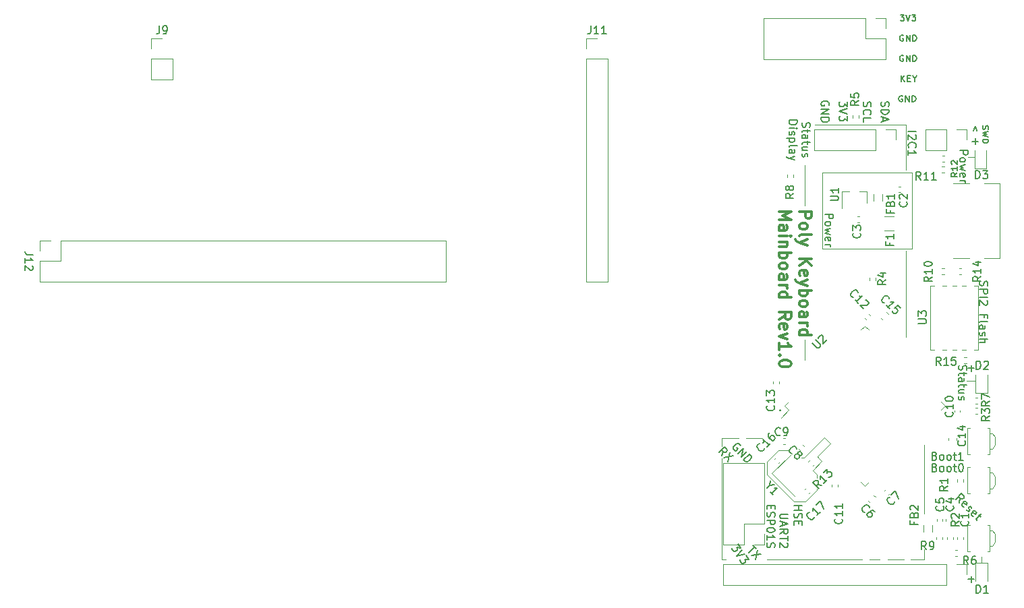
<source format=gbr>
%TF.GenerationSoftware,KiCad,Pcbnew,(5.1.9)-1*%
%TF.CreationDate,2021-03-10T22:07:46+01:00*%
%TF.ProjectId,poly_kb,706f6c79-5f6b-4622-9e6b-696361645f70,rev?*%
%TF.SameCoordinates,Original*%
%TF.FileFunction,Legend,Top*%
%TF.FilePolarity,Positive*%
%FSLAX46Y46*%
G04 Gerber Fmt 4.6, Leading zero omitted, Abs format (unit mm)*
G04 Created by KiCad (PCBNEW (5.1.9)-1) date 2021-03-10 22:07:46*
%MOMM*%
%LPD*%
G01*
G04 APERTURE LIST*
%ADD10C,0.120000*%
%ADD11C,0.300000*%
%ADD12C,0.150000*%
G04 APERTURE END LIST*
D10*
X551180000Y-225933000D02*
X552831000Y-225933000D01*
X548259000Y-225933000D02*
X550291000Y-225933000D01*
X545973000Y-225933000D02*
X547243000Y-225933000D01*
X530479000Y-210693000D02*
X532511000Y-210693000D01*
X537845000Y-198374000D02*
X537845000Y-200914000D01*
X537845000Y-176403000D02*
X537845000Y-181483000D01*
X550545000Y-187198000D02*
X550545000Y-197993000D01*
X550545000Y-171323000D02*
X550545000Y-177038000D01*
X539115000Y-171323000D02*
X550545000Y-171323000D01*
X552831000Y-225933000D02*
X552831000Y-224663000D01*
X527431000Y-225933000D02*
X527939000Y-225933000D01*
X535813000Y-225933000D02*
X533146000Y-225933000D01*
X539623000Y-225933000D02*
X535813000Y-225933000D01*
X543687000Y-225933000D02*
X539623000Y-225933000D01*
X527431000Y-213233000D02*
X527431000Y-225933000D01*
X527431000Y-210693000D02*
X527431000Y-211709000D01*
X529590000Y-210693000D02*
X527431000Y-210693000D01*
X552831000Y-220218000D02*
X552831000Y-211582000D01*
X543687000Y-225933000D02*
X545084000Y-225933000D01*
D11*
X537222228Y-182263742D02*
X538722228Y-182263742D01*
X538722228Y-182835171D01*
X538650800Y-182978028D01*
X538579371Y-183049457D01*
X538436514Y-183120885D01*
X538222228Y-183120885D01*
X538079371Y-183049457D01*
X538007942Y-182978028D01*
X537936514Y-182835171D01*
X537936514Y-182263742D01*
X537222228Y-183978028D02*
X537293657Y-183835171D01*
X537365085Y-183763742D01*
X537507942Y-183692314D01*
X537936514Y-183692314D01*
X538079371Y-183763742D01*
X538150800Y-183835171D01*
X538222228Y-183978028D01*
X538222228Y-184192314D01*
X538150800Y-184335171D01*
X538079371Y-184406600D01*
X537936514Y-184478028D01*
X537507942Y-184478028D01*
X537365085Y-184406600D01*
X537293657Y-184335171D01*
X537222228Y-184192314D01*
X537222228Y-183978028D01*
X537222228Y-185335171D02*
X537293657Y-185192314D01*
X537436514Y-185120885D01*
X538722228Y-185120885D01*
X538222228Y-185763742D02*
X537222228Y-186120885D01*
X538222228Y-186478028D02*
X537222228Y-186120885D01*
X536865085Y-185978028D01*
X536793657Y-185906600D01*
X536722228Y-185763742D01*
X537222228Y-188192314D02*
X538722228Y-188192314D01*
X537222228Y-189049457D02*
X538079371Y-188406600D01*
X538722228Y-189049457D02*
X537865085Y-188192314D01*
X537293657Y-190263742D02*
X537222228Y-190120885D01*
X537222228Y-189835171D01*
X537293657Y-189692314D01*
X537436514Y-189620885D01*
X538007942Y-189620885D01*
X538150800Y-189692314D01*
X538222228Y-189835171D01*
X538222228Y-190120885D01*
X538150800Y-190263742D01*
X538007942Y-190335171D01*
X537865085Y-190335171D01*
X537722228Y-189620885D01*
X538222228Y-190835171D02*
X537222228Y-191192314D01*
X538222228Y-191549457D02*
X537222228Y-191192314D01*
X536865085Y-191049457D01*
X536793657Y-190978028D01*
X536722228Y-190835171D01*
X537222228Y-192120885D02*
X538722228Y-192120885D01*
X538150800Y-192120885D02*
X538222228Y-192263742D01*
X538222228Y-192549457D01*
X538150800Y-192692314D01*
X538079371Y-192763742D01*
X537936514Y-192835171D01*
X537507942Y-192835171D01*
X537365085Y-192763742D01*
X537293657Y-192692314D01*
X537222228Y-192549457D01*
X537222228Y-192263742D01*
X537293657Y-192120885D01*
X537222228Y-193692314D02*
X537293657Y-193549457D01*
X537365085Y-193478028D01*
X537507942Y-193406600D01*
X537936514Y-193406600D01*
X538079371Y-193478028D01*
X538150800Y-193549457D01*
X538222228Y-193692314D01*
X538222228Y-193906600D01*
X538150800Y-194049457D01*
X538079371Y-194120885D01*
X537936514Y-194192314D01*
X537507942Y-194192314D01*
X537365085Y-194120885D01*
X537293657Y-194049457D01*
X537222228Y-193906600D01*
X537222228Y-193692314D01*
X537222228Y-195478028D02*
X538007942Y-195478028D01*
X538150800Y-195406600D01*
X538222228Y-195263742D01*
X538222228Y-194978028D01*
X538150800Y-194835171D01*
X537293657Y-195478028D02*
X537222228Y-195335171D01*
X537222228Y-194978028D01*
X537293657Y-194835171D01*
X537436514Y-194763742D01*
X537579371Y-194763742D01*
X537722228Y-194835171D01*
X537793657Y-194978028D01*
X537793657Y-195335171D01*
X537865085Y-195478028D01*
X537222228Y-196192314D02*
X538222228Y-196192314D01*
X537936514Y-196192314D02*
X538079371Y-196263742D01*
X538150800Y-196335171D01*
X538222228Y-196478028D01*
X538222228Y-196620885D01*
X537222228Y-197763742D02*
X538722228Y-197763742D01*
X537293657Y-197763742D02*
X537222228Y-197620885D01*
X537222228Y-197335171D01*
X537293657Y-197192314D01*
X537365085Y-197120885D01*
X537507942Y-197049457D01*
X537936514Y-197049457D01*
X538079371Y-197120885D01*
X538150800Y-197192314D01*
X538222228Y-197335171D01*
X538222228Y-197620885D01*
X538150800Y-197763742D01*
X534672228Y-182263742D02*
X536172228Y-182263742D01*
X535100800Y-182763742D01*
X536172228Y-183263742D01*
X534672228Y-183263742D01*
X534672228Y-184620885D02*
X535457942Y-184620885D01*
X535600800Y-184549457D01*
X535672228Y-184406600D01*
X535672228Y-184120885D01*
X535600800Y-183978028D01*
X534743657Y-184620885D02*
X534672228Y-184478028D01*
X534672228Y-184120885D01*
X534743657Y-183978028D01*
X534886514Y-183906600D01*
X535029371Y-183906600D01*
X535172228Y-183978028D01*
X535243657Y-184120885D01*
X535243657Y-184478028D01*
X535315085Y-184620885D01*
X534672228Y-185335171D02*
X535672228Y-185335171D01*
X536172228Y-185335171D02*
X536100800Y-185263742D01*
X536029371Y-185335171D01*
X536100800Y-185406600D01*
X536172228Y-185335171D01*
X536029371Y-185335171D01*
X535672228Y-186049457D02*
X534672228Y-186049457D01*
X535529371Y-186049457D02*
X535600800Y-186120885D01*
X535672228Y-186263742D01*
X535672228Y-186478028D01*
X535600800Y-186620885D01*
X535457942Y-186692314D01*
X534672228Y-186692314D01*
X534672228Y-187406600D02*
X536172228Y-187406600D01*
X535600800Y-187406600D02*
X535672228Y-187549457D01*
X535672228Y-187835171D01*
X535600800Y-187978028D01*
X535529371Y-188049457D01*
X535386514Y-188120885D01*
X534957942Y-188120885D01*
X534815085Y-188049457D01*
X534743657Y-187978028D01*
X534672228Y-187835171D01*
X534672228Y-187549457D01*
X534743657Y-187406600D01*
X534672228Y-188978028D02*
X534743657Y-188835171D01*
X534815085Y-188763742D01*
X534957942Y-188692314D01*
X535386514Y-188692314D01*
X535529371Y-188763742D01*
X535600800Y-188835171D01*
X535672228Y-188978028D01*
X535672228Y-189192314D01*
X535600800Y-189335171D01*
X535529371Y-189406600D01*
X535386514Y-189478028D01*
X534957942Y-189478028D01*
X534815085Y-189406600D01*
X534743657Y-189335171D01*
X534672228Y-189192314D01*
X534672228Y-188978028D01*
X534672228Y-190763742D02*
X535457942Y-190763742D01*
X535600800Y-190692314D01*
X535672228Y-190549457D01*
X535672228Y-190263742D01*
X535600800Y-190120885D01*
X534743657Y-190763742D02*
X534672228Y-190620885D01*
X534672228Y-190263742D01*
X534743657Y-190120885D01*
X534886514Y-190049457D01*
X535029371Y-190049457D01*
X535172228Y-190120885D01*
X535243657Y-190263742D01*
X535243657Y-190620885D01*
X535315085Y-190763742D01*
X534672228Y-191478028D02*
X535672228Y-191478028D01*
X535386514Y-191478028D02*
X535529371Y-191549457D01*
X535600800Y-191620885D01*
X535672228Y-191763742D01*
X535672228Y-191906600D01*
X534672228Y-193049457D02*
X536172228Y-193049457D01*
X534743657Y-193049457D02*
X534672228Y-192906600D01*
X534672228Y-192620885D01*
X534743657Y-192478028D01*
X534815085Y-192406600D01*
X534957942Y-192335171D01*
X535386514Y-192335171D01*
X535529371Y-192406600D01*
X535600800Y-192478028D01*
X535672228Y-192620885D01*
X535672228Y-192906600D01*
X535600800Y-193049457D01*
X534672228Y-195763742D02*
X535386514Y-195263742D01*
X534672228Y-194906600D02*
X536172228Y-194906600D01*
X536172228Y-195478028D01*
X536100800Y-195620885D01*
X536029371Y-195692314D01*
X535886514Y-195763742D01*
X535672228Y-195763742D01*
X535529371Y-195692314D01*
X535457942Y-195620885D01*
X535386514Y-195478028D01*
X535386514Y-194906600D01*
X534743657Y-196978028D02*
X534672228Y-196835171D01*
X534672228Y-196549457D01*
X534743657Y-196406600D01*
X534886514Y-196335171D01*
X535457942Y-196335171D01*
X535600800Y-196406600D01*
X535672228Y-196549457D01*
X535672228Y-196835171D01*
X535600800Y-196978028D01*
X535457942Y-197049457D01*
X535315085Y-197049457D01*
X535172228Y-196335171D01*
X535672228Y-197549457D02*
X534672228Y-197906600D01*
X535672228Y-198263742D01*
X534672228Y-199620885D02*
X534672228Y-198763742D01*
X534672228Y-199192314D02*
X536172228Y-199192314D01*
X535957942Y-199049457D01*
X535815085Y-198906600D01*
X535743657Y-198763742D01*
X534815085Y-200263742D02*
X534743657Y-200335171D01*
X534672228Y-200263742D01*
X534743657Y-200192314D01*
X534815085Y-200263742D01*
X534672228Y-200263742D01*
X536172228Y-201263742D02*
X536172228Y-201406600D01*
X536100800Y-201549457D01*
X536029371Y-201620885D01*
X535886514Y-201692314D01*
X535600800Y-201763742D01*
X535243657Y-201763742D01*
X534957942Y-201692314D01*
X534815085Y-201620885D01*
X534743657Y-201549457D01*
X534672228Y-201406600D01*
X534672228Y-201263742D01*
X534743657Y-201120885D01*
X534815085Y-201049457D01*
X534957942Y-200978028D01*
X535243657Y-200906600D01*
X535600800Y-200906600D01*
X535886514Y-200978028D01*
X536029371Y-201049457D01*
X536100800Y-201120885D01*
X536172228Y-201263742D01*
D12*
X559893838Y-190987847D02*
X559846219Y-191130704D01*
X559846219Y-191368800D01*
X559893838Y-191464038D01*
X559941457Y-191511657D01*
X560036695Y-191559276D01*
X560131933Y-191559276D01*
X560227171Y-191511657D01*
X560274790Y-191464038D01*
X560322409Y-191368800D01*
X560370028Y-191178323D01*
X560417647Y-191083085D01*
X560465266Y-191035466D01*
X560560504Y-190987847D01*
X560655742Y-190987847D01*
X560750980Y-191035466D01*
X560798600Y-191083085D01*
X560846219Y-191178323D01*
X560846219Y-191416419D01*
X560798600Y-191559276D01*
X559846219Y-191987847D02*
X560846219Y-191987847D01*
X560846219Y-192368800D01*
X560798600Y-192464038D01*
X560750980Y-192511657D01*
X560655742Y-192559276D01*
X560512885Y-192559276D01*
X560417647Y-192511657D01*
X560370028Y-192464038D01*
X560322409Y-192368800D01*
X560322409Y-191987847D01*
X559846219Y-192987847D02*
X560846219Y-192987847D01*
X560750980Y-193416419D02*
X560798600Y-193464038D01*
X560846219Y-193559276D01*
X560846219Y-193797371D01*
X560798600Y-193892609D01*
X560750980Y-193940228D01*
X560655742Y-193987847D01*
X560560504Y-193987847D01*
X560417647Y-193940228D01*
X559846219Y-193368800D01*
X559846219Y-193987847D01*
X560370028Y-195511657D02*
X560370028Y-195178323D01*
X559846219Y-195178323D02*
X560846219Y-195178323D01*
X560846219Y-195654514D01*
X559846219Y-196178323D02*
X559893838Y-196083085D01*
X559989076Y-196035466D01*
X560846219Y-196035466D01*
X559846219Y-196987847D02*
X560370028Y-196987847D01*
X560465266Y-196940228D01*
X560512885Y-196844990D01*
X560512885Y-196654514D01*
X560465266Y-196559276D01*
X559893838Y-196987847D02*
X559846219Y-196892609D01*
X559846219Y-196654514D01*
X559893838Y-196559276D01*
X559989076Y-196511657D01*
X560084314Y-196511657D01*
X560179552Y-196559276D01*
X560227171Y-196654514D01*
X560227171Y-196892609D01*
X560274790Y-196987847D01*
X559893838Y-197416419D02*
X559846219Y-197511657D01*
X559846219Y-197702133D01*
X559893838Y-197797371D01*
X559989076Y-197844990D01*
X560036695Y-197844990D01*
X560131933Y-197797371D01*
X560179552Y-197702133D01*
X560179552Y-197559276D01*
X560227171Y-197464038D01*
X560322409Y-197416419D01*
X560370028Y-197416419D01*
X560465266Y-197464038D01*
X560512885Y-197559276D01*
X560512885Y-197702133D01*
X560465266Y-197797371D01*
X559846219Y-198273561D02*
X560846219Y-198273561D01*
X559846219Y-198702133D02*
X560370028Y-198702133D01*
X560465266Y-198654514D01*
X560512885Y-198559276D01*
X560512885Y-198416419D01*
X560465266Y-198321180D01*
X560417647Y-198273561D01*
X560234266Y-171445880D02*
X560200933Y-171560166D01*
X560200933Y-171750642D01*
X560234266Y-171826833D01*
X560267600Y-171864928D01*
X560334266Y-171903023D01*
X560400933Y-171903023D01*
X560467600Y-171864928D01*
X560500933Y-171826833D01*
X560534266Y-171750642D01*
X560567600Y-171598261D01*
X560600933Y-171522071D01*
X560634266Y-171483976D01*
X560700933Y-171445880D01*
X560767600Y-171445880D01*
X560834266Y-171483976D01*
X560867600Y-171522071D01*
X560900933Y-171598261D01*
X560900933Y-171788738D01*
X560867600Y-171903023D01*
X560900933Y-172169690D02*
X560200933Y-172360166D01*
X560700933Y-172512547D01*
X560200933Y-172664928D01*
X560900933Y-172855404D01*
X560200933Y-173160166D02*
X560900933Y-173160166D01*
X560900933Y-173350642D01*
X560867600Y-173464928D01*
X560800933Y-173541119D01*
X560734266Y-173579214D01*
X560600933Y-173617309D01*
X560500933Y-173617309D01*
X560367600Y-173579214D01*
X560300933Y-173541119D01*
X560234266Y-173464928D01*
X560200933Y-173350642D01*
X560200933Y-173160166D01*
X559467600Y-172093500D02*
X559267600Y-171483976D01*
X559067600Y-172093500D01*
X537604838Y-171061333D02*
X537557219Y-171204190D01*
X537557219Y-171442285D01*
X537604838Y-171537523D01*
X537652457Y-171585142D01*
X537747695Y-171632761D01*
X537842933Y-171632761D01*
X537938171Y-171585142D01*
X537985790Y-171537523D01*
X538033409Y-171442285D01*
X538081028Y-171251809D01*
X538128647Y-171156571D01*
X538176266Y-171108952D01*
X538271504Y-171061333D01*
X538366742Y-171061333D01*
X538461980Y-171108952D01*
X538509600Y-171156571D01*
X538557219Y-171251809D01*
X538557219Y-171489904D01*
X538509600Y-171632761D01*
X538223885Y-171918476D02*
X538223885Y-172299428D01*
X538557219Y-172061333D02*
X537700076Y-172061333D01*
X537604838Y-172108952D01*
X537557219Y-172204190D01*
X537557219Y-172299428D01*
X537557219Y-173061333D02*
X538081028Y-173061333D01*
X538176266Y-173013714D01*
X538223885Y-172918476D01*
X538223885Y-172728000D01*
X538176266Y-172632761D01*
X537604838Y-173061333D02*
X537557219Y-172966095D01*
X537557219Y-172728000D01*
X537604838Y-172632761D01*
X537700076Y-172585142D01*
X537795314Y-172585142D01*
X537890552Y-172632761D01*
X537938171Y-172728000D01*
X537938171Y-172966095D01*
X537985790Y-173061333D01*
X538223885Y-173394666D02*
X538223885Y-173775619D01*
X538557219Y-173537523D02*
X537700076Y-173537523D01*
X537604838Y-173585142D01*
X537557219Y-173680380D01*
X537557219Y-173775619D01*
X538223885Y-174537523D02*
X537557219Y-174537523D01*
X538223885Y-174108952D02*
X537700076Y-174108952D01*
X537604838Y-174156571D01*
X537557219Y-174251809D01*
X537557219Y-174394666D01*
X537604838Y-174489904D01*
X537652457Y-174537523D01*
X537604838Y-174966095D02*
X537557219Y-175061333D01*
X537557219Y-175251809D01*
X537604838Y-175347047D01*
X537700076Y-175394666D01*
X537747695Y-175394666D01*
X537842933Y-175347047D01*
X537890552Y-175251809D01*
X537890552Y-175108952D01*
X537938171Y-175013714D01*
X538033409Y-174966095D01*
X538081028Y-174966095D01*
X538176266Y-175013714D01*
X538223885Y-175108952D01*
X538223885Y-175251809D01*
X538176266Y-175347047D01*
X535907219Y-170775619D02*
X536907219Y-170775619D01*
X536907219Y-171013714D01*
X536859600Y-171156571D01*
X536764361Y-171251809D01*
X536669123Y-171299428D01*
X536478647Y-171347047D01*
X536335790Y-171347047D01*
X536145314Y-171299428D01*
X536050076Y-171251809D01*
X535954838Y-171156571D01*
X535907219Y-171013714D01*
X535907219Y-170775619D01*
X535907219Y-171775619D02*
X536573885Y-171775619D01*
X536907219Y-171775619D02*
X536859600Y-171728000D01*
X536811980Y-171775619D01*
X536859600Y-171823238D01*
X536907219Y-171775619D01*
X536811980Y-171775619D01*
X535954838Y-172204190D02*
X535907219Y-172299428D01*
X535907219Y-172489904D01*
X535954838Y-172585142D01*
X536050076Y-172632761D01*
X536097695Y-172632761D01*
X536192933Y-172585142D01*
X536240552Y-172489904D01*
X536240552Y-172347047D01*
X536288171Y-172251809D01*
X536383409Y-172204190D01*
X536431028Y-172204190D01*
X536526266Y-172251809D01*
X536573885Y-172347047D01*
X536573885Y-172489904D01*
X536526266Y-172585142D01*
X536573885Y-173061333D02*
X535573885Y-173061333D01*
X536526266Y-173061333D02*
X536573885Y-173156571D01*
X536573885Y-173347047D01*
X536526266Y-173442285D01*
X536478647Y-173489904D01*
X536383409Y-173537523D01*
X536097695Y-173537523D01*
X536002457Y-173489904D01*
X535954838Y-173442285D01*
X535907219Y-173347047D01*
X535907219Y-173156571D01*
X535954838Y-173061333D01*
X535907219Y-174108952D02*
X535954838Y-174013714D01*
X536050076Y-173966095D01*
X536907219Y-173966095D01*
X535907219Y-174918476D02*
X536431028Y-174918476D01*
X536526266Y-174870857D01*
X536573885Y-174775619D01*
X536573885Y-174585142D01*
X536526266Y-174489904D01*
X535954838Y-174918476D02*
X535907219Y-174823238D01*
X535907219Y-174585142D01*
X535954838Y-174489904D01*
X536050076Y-174442285D01*
X536145314Y-174442285D01*
X536240552Y-174489904D01*
X536288171Y-174585142D01*
X536288171Y-174823238D01*
X536335790Y-174918476D01*
X536573885Y-175299428D02*
X535907219Y-175537523D01*
X536573885Y-175775619D02*
X535907219Y-175537523D01*
X535669123Y-175442285D01*
X535621504Y-175394666D01*
X535573885Y-175299428D01*
X550854619Y-172182019D02*
X551854619Y-172182019D01*
X551759380Y-172610590D02*
X551807000Y-172658209D01*
X551854619Y-172753447D01*
X551854619Y-172991542D01*
X551807000Y-173086780D01*
X551759380Y-173134400D01*
X551664142Y-173182019D01*
X551568904Y-173182019D01*
X551426047Y-173134400D01*
X550854619Y-172562971D01*
X550854619Y-173182019D01*
X550949857Y-174182019D02*
X550902238Y-174134400D01*
X550854619Y-173991542D01*
X550854619Y-173896304D01*
X550902238Y-173753447D01*
X550997476Y-173658209D01*
X551092714Y-173610590D01*
X551283190Y-173562971D01*
X551426047Y-173562971D01*
X551616523Y-173610590D01*
X551711761Y-173658209D01*
X551807000Y-173753447D01*
X551854619Y-173896304D01*
X551854619Y-173991542D01*
X551807000Y-174134400D01*
X551759380Y-174182019D01*
X550854619Y-175134400D02*
X550854619Y-174562971D01*
X550854619Y-174848685D02*
X551854619Y-174848685D01*
X551711761Y-174753447D01*
X551616523Y-174658209D01*
X551568904Y-174562971D01*
X540885000Y-168910095D02*
X540932619Y-168814857D01*
X540932619Y-168672000D01*
X540885000Y-168529142D01*
X540789761Y-168433904D01*
X540694523Y-168386285D01*
X540504047Y-168338666D01*
X540361190Y-168338666D01*
X540170714Y-168386285D01*
X540075476Y-168433904D01*
X539980238Y-168529142D01*
X539932619Y-168672000D01*
X539932619Y-168767238D01*
X539980238Y-168910095D01*
X540027857Y-168957714D01*
X540361190Y-168957714D01*
X540361190Y-168767238D01*
X539932619Y-169386285D02*
X540932619Y-169386285D01*
X539932619Y-169957714D01*
X540932619Y-169957714D01*
X539932619Y-170433904D02*
X540932619Y-170433904D01*
X540932619Y-170672000D01*
X540885000Y-170814857D01*
X540789761Y-170910095D01*
X540694523Y-170957714D01*
X540504047Y-171005333D01*
X540361190Y-171005333D01*
X540170714Y-170957714D01*
X540075476Y-170910095D01*
X539980238Y-170814857D01*
X539932619Y-170672000D01*
X539932619Y-170433904D01*
X543218619Y-168433904D02*
X543218619Y-169052952D01*
X542837666Y-168719619D01*
X542837666Y-168862476D01*
X542790047Y-168957714D01*
X542742428Y-169005333D01*
X542647190Y-169052952D01*
X542409095Y-169052952D01*
X542313857Y-169005333D01*
X542266238Y-168957714D01*
X542218619Y-168862476D01*
X542218619Y-168576761D01*
X542266238Y-168481523D01*
X542313857Y-168433904D01*
X543218619Y-169338666D02*
X542218619Y-169672000D01*
X543218619Y-170005333D01*
X543218619Y-170243428D02*
X543218619Y-170862476D01*
X542837666Y-170529142D01*
X542837666Y-170672000D01*
X542790047Y-170767238D01*
X542742428Y-170814857D01*
X542647190Y-170862476D01*
X542409095Y-170862476D01*
X542313857Y-170814857D01*
X542266238Y-170767238D01*
X542218619Y-170672000D01*
X542218619Y-170386285D01*
X542266238Y-170291047D01*
X542313857Y-170243428D01*
X545263438Y-168481523D02*
X545215819Y-168624380D01*
X545215819Y-168862476D01*
X545263438Y-168957714D01*
X545311057Y-169005333D01*
X545406295Y-169052952D01*
X545501533Y-169052952D01*
X545596771Y-169005333D01*
X545644390Y-168957714D01*
X545692009Y-168862476D01*
X545739628Y-168672000D01*
X545787247Y-168576761D01*
X545834866Y-168529142D01*
X545930104Y-168481523D01*
X546025342Y-168481523D01*
X546120580Y-168529142D01*
X546168200Y-168576761D01*
X546215819Y-168672000D01*
X546215819Y-168910095D01*
X546168200Y-169052952D01*
X545311057Y-170052952D02*
X545263438Y-170005333D01*
X545215819Y-169862476D01*
X545215819Y-169767238D01*
X545263438Y-169624380D01*
X545358676Y-169529142D01*
X545453914Y-169481523D01*
X545644390Y-169433904D01*
X545787247Y-169433904D01*
X545977723Y-169481523D01*
X546072961Y-169529142D01*
X546168200Y-169624380D01*
X546215819Y-169767238D01*
X546215819Y-169862476D01*
X546168200Y-170005333D01*
X546120580Y-170052952D01*
X545215819Y-170957714D02*
X545215819Y-170481523D01*
X546215819Y-170481523D01*
X547498638Y-168457714D02*
X547451019Y-168600571D01*
X547451019Y-168838666D01*
X547498638Y-168933904D01*
X547546257Y-168981523D01*
X547641495Y-169029142D01*
X547736733Y-169029142D01*
X547831971Y-168981523D01*
X547879590Y-168933904D01*
X547927209Y-168838666D01*
X547974828Y-168648190D01*
X548022447Y-168552952D01*
X548070066Y-168505333D01*
X548165304Y-168457714D01*
X548260542Y-168457714D01*
X548355780Y-168505333D01*
X548403400Y-168552952D01*
X548451019Y-168648190D01*
X548451019Y-168886285D01*
X548403400Y-169029142D01*
X547451019Y-169457714D02*
X548451019Y-169457714D01*
X548451019Y-169695809D01*
X548403400Y-169838666D01*
X548308161Y-169933904D01*
X548212923Y-169981523D01*
X548022447Y-170029142D01*
X547879590Y-170029142D01*
X547689114Y-169981523D01*
X547593876Y-169933904D01*
X547498638Y-169838666D01*
X547451019Y-169695809D01*
X547451019Y-169457714D01*
X547736733Y-170410095D02*
X547736733Y-170886285D01*
X547451019Y-170314857D02*
X548451019Y-170648190D01*
X547451019Y-170981523D01*
X550240276Y-160127200D02*
X550164085Y-160093866D01*
X550049800Y-160093866D01*
X549935514Y-160127200D01*
X549859323Y-160193866D01*
X549821228Y-160260533D01*
X549783133Y-160393866D01*
X549783133Y-160493866D01*
X549821228Y-160627200D01*
X549859323Y-160693866D01*
X549935514Y-160760533D01*
X550049800Y-160793866D01*
X550125990Y-160793866D01*
X550240276Y-160760533D01*
X550278371Y-160727200D01*
X550278371Y-160493866D01*
X550125990Y-160493866D01*
X550621228Y-160793866D02*
X550621228Y-160093866D01*
X551078371Y-160793866D01*
X551078371Y-160093866D01*
X551459323Y-160793866D02*
X551459323Y-160093866D01*
X551649800Y-160093866D01*
X551764085Y-160127200D01*
X551840276Y-160193866D01*
X551878371Y-160260533D01*
X551916466Y-160393866D01*
X551916466Y-160493866D01*
X551878371Y-160627200D01*
X551840276Y-160693866D01*
X551764085Y-160760533D01*
X551649800Y-160793866D01*
X551459323Y-160793866D01*
X550240276Y-162667200D02*
X550164085Y-162633866D01*
X550049800Y-162633866D01*
X549935514Y-162667200D01*
X549859323Y-162733866D01*
X549821228Y-162800533D01*
X549783133Y-162933866D01*
X549783133Y-163033866D01*
X549821228Y-163167200D01*
X549859323Y-163233866D01*
X549935514Y-163300533D01*
X550049800Y-163333866D01*
X550125990Y-163333866D01*
X550240276Y-163300533D01*
X550278371Y-163267200D01*
X550278371Y-163033866D01*
X550125990Y-163033866D01*
X550621228Y-163333866D02*
X550621228Y-162633866D01*
X551078371Y-163333866D01*
X551078371Y-162633866D01*
X551459323Y-163333866D02*
X551459323Y-162633866D01*
X551649800Y-162633866D01*
X551764085Y-162667200D01*
X551840276Y-162733866D01*
X551878371Y-162800533D01*
X551916466Y-162933866D01*
X551916466Y-163033866D01*
X551878371Y-163167200D01*
X551840276Y-163233866D01*
X551764085Y-163300533D01*
X551649800Y-163333866D01*
X551459323Y-163333866D01*
X549859323Y-157553866D02*
X550354561Y-157553866D01*
X550087895Y-157820533D01*
X550202180Y-157820533D01*
X550278371Y-157853866D01*
X550316466Y-157887200D01*
X550354561Y-157953866D01*
X550354561Y-158120533D01*
X550316466Y-158187200D01*
X550278371Y-158220533D01*
X550202180Y-158253866D01*
X549973609Y-158253866D01*
X549897419Y-158220533D01*
X549859323Y-158187200D01*
X550583133Y-157553866D02*
X550849800Y-158253866D01*
X551116466Y-157553866D01*
X551306942Y-157553866D02*
X551802180Y-157553866D01*
X551535514Y-157820533D01*
X551649800Y-157820533D01*
X551725990Y-157853866D01*
X551764085Y-157887200D01*
X551802180Y-157953866D01*
X551802180Y-158120533D01*
X551764085Y-158187200D01*
X551725990Y-158220533D01*
X551649800Y-158253866D01*
X551421228Y-158253866D01*
X551345038Y-158220533D01*
X551306942Y-158187200D01*
X549986314Y-165873866D02*
X549986314Y-165173866D01*
X550443457Y-165873866D02*
X550100600Y-165473866D01*
X550443457Y-165173866D02*
X549986314Y-165573866D01*
X550786314Y-165507200D02*
X551052980Y-165507200D01*
X551167266Y-165873866D02*
X550786314Y-165873866D01*
X550786314Y-165173866D01*
X551167266Y-165173866D01*
X551662504Y-165540533D02*
X551662504Y-165873866D01*
X551395838Y-165173866D02*
X551662504Y-165540533D01*
X551929171Y-165173866D01*
X550138676Y-167747200D02*
X550062485Y-167713866D01*
X549948200Y-167713866D01*
X549833914Y-167747200D01*
X549757723Y-167813866D01*
X549719628Y-167880533D01*
X549681533Y-168013866D01*
X549681533Y-168113866D01*
X549719628Y-168247200D01*
X549757723Y-168313866D01*
X549833914Y-168380533D01*
X549948200Y-168413866D01*
X550024390Y-168413866D01*
X550138676Y-168380533D01*
X550176771Y-168347200D01*
X550176771Y-168113866D01*
X550024390Y-168113866D01*
X550519628Y-168413866D02*
X550519628Y-167713866D01*
X550976771Y-168413866D01*
X550976771Y-167713866D01*
X551357723Y-168413866D02*
X551357723Y-167713866D01*
X551548200Y-167713866D01*
X551662485Y-167747200D01*
X551738676Y-167813866D01*
X551776771Y-167880533D01*
X551814866Y-168013866D01*
X551814866Y-168113866D01*
X551776771Y-168247200D01*
X551738676Y-168313866D01*
X551662485Y-168380533D01*
X551548200Y-168413866D01*
X551357723Y-168413866D01*
D10*
X560070000Y-226314000D02*
X560070000Y-225577400D01*
X559206400Y-175437800D02*
X558342800Y-175437800D01*
X559257200Y-203530200D02*
X558190400Y-203530200D01*
D12*
X557252238Y-201566733D02*
X557204619Y-201709590D01*
X557204619Y-201947685D01*
X557252238Y-202042923D01*
X557299857Y-202090542D01*
X557395095Y-202138161D01*
X557490333Y-202138161D01*
X557585571Y-202090542D01*
X557633190Y-202042923D01*
X557680809Y-201947685D01*
X557728428Y-201757209D01*
X557776047Y-201661971D01*
X557823666Y-201614352D01*
X557918904Y-201566733D01*
X558014142Y-201566733D01*
X558109380Y-201614352D01*
X558157000Y-201661971D01*
X558204619Y-201757209D01*
X558204619Y-201995304D01*
X558157000Y-202138161D01*
X557871285Y-202423876D02*
X557871285Y-202804828D01*
X558204619Y-202566733D02*
X557347476Y-202566733D01*
X557252238Y-202614352D01*
X557204619Y-202709590D01*
X557204619Y-202804828D01*
X557204619Y-203566733D02*
X557728428Y-203566733D01*
X557823666Y-203519114D01*
X557871285Y-203423876D01*
X557871285Y-203233400D01*
X557823666Y-203138161D01*
X557252238Y-203566733D02*
X557204619Y-203471495D01*
X557204619Y-203233400D01*
X557252238Y-203138161D01*
X557347476Y-203090542D01*
X557442714Y-203090542D01*
X557537952Y-203138161D01*
X557585571Y-203233400D01*
X557585571Y-203471495D01*
X557633190Y-203566733D01*
X557871285Y-203900066D02*
X557871285Y-204281019D01*
X558204619Y-204042923D02*
X557347476Y-204042923D01*
X557252238Y-204090542D01*
X557204619Y-204185780D01*
X557204619Y-204281019D01*
X557871285Y-205042923D02*
X557204619Y-205042923D01*
X557871285Y-204614352D02*
X557347476Y-204614352D01*
X557252238Y-204661971D01*
X557204619Y-204757209D01*
X557204619Y-204900066D01*
X557252238Y-204995304D01*
X557299857Y-205042923D01*
X557252238Y-205471495D02*
X557204619Y-205566733D01*
X557204619Y-205757209D01*
X557252238Y-205852447D01*
X557347476Y-205900066D01*
X557395095Y-205900066D01*
X557490333Y-205852447D01*
X557537952Y-205757209D01*
X557537952Y-205614352D01*
X557585571Y-205519114D01*
X557680809Y-205471495D01*
X557728428Y-205471495D01*
X557823666Y-205519114D01*
X557871285Y-205614352D01*
X557871285Y-205757209D01*
X557823666Y-205852447D01*
X557331619Y-174553809D02*
X558331619Y-174553809D01*
X558331619Y-174934761D01*
X558284000Y-175030000D01*
X558236380Y-175077619D01*
X558141142Y-175125238D01*
X557998285Y-175125238D01*
X557903047Y-175077619D01*
X557855428Y-175030000D01*
X557807809Y-174934761D01*
X557807809Y-174553809D01*
X557331619Y-175696666D02*
X557379238Y-175601428D01*
X557426857Y-175553809D01*
X557522095Y-175506190D01*
X557807809Y-175506190D01*
X557903047Y-175553809D01*
X557950666Y-175601428D01*
X557998285Y-175696666D01*
X557998285Y-175839523D01*
X557950666Y-175934761D01*
X557903047Y-175982380D01*
X557807809Y-176030000D01*
X557522095Y-176030000D01*
X557426857Y-175982380D01*
X557379238Y-175934761D01*
X557331619Y-175839523D01*
X557331619Y-175696666D01*
X557998285Y-176363333D02*
X557331619Y-176553809D01*
X557807809Y-176744285D01*
X557331619Y-176934761D01*
X557998285Y-177125238D01*
X557379238Y-177887142D02*
X557331619Y-177791904D01*
X557331619Y-177601428D01*
X557379238Y-177506190D01*
X557474476Y-177458571D01*
X557855428Y-177458571D01*
X557950666Y-177506190D01*
X557998285Y-177601428D01*
X557998285Y-177791904D01*
X557950666Y-177887142D01*
X557855428Y-177934761D01*
X557760190Y-177934761D01*
X557664952Y-177458571D01*
X557331619Y-178363333D02*
X557998285Y-178363333D01*
X557807809Y-178363333D02*
X557903047Y-178410952D01*
X557950666Y-178458571D01*
X557998285Y-178553809D01*
X557998285Y-178649047D01*
X559261971Y-173050247D02*
X559261971Y-173812152D01*
X558881019Y-173431200D02*
X559642923Y-173431200D01*
X558779371Y-201549047D02*
X558779371Y-202310952D01*
X558398419Y-201930000D02*
X559160323Y-201930000D01*
X558779371Y-228041247D02*
X558779371Y-228803152D01*
X558398419Y-228422200D02*
X559160323Y-228422200D01*
X534820857Y-207213200D02*
X534773238Y-207260819D01*
X534725619Y-207213200D01*
X534773238Y-207165580D01*
X534820857Y-207213200D01*
X534725619Y-207213200D01*
X554182161Y-212932971D02*
X554325019Y-212980590D01*
X554372638Y-213028209D01*
X554420257Y-213123447D01*
X554420257Y-213266304D01*
X554372638Y-213361542D01*
X554325019Y-213409161D01*
X554229780Y-213456780D01*
X553848828Y-213456780D01*
X553848828Y-212456780D01*
X554182161Y-212456780D01*
X554277400Y-212504400D01*
X554325019Y-212552019D01*
X554372638Y-212647257D01*
X554372638Y-212742495D01*
X554325019Y-212837733D01*
X554277400Y-212885352D01*
X554182161Y-212932971D01*
X553848828Y-212932971D01*
X554991685Y-213456780D02*
X554896447Y-213409161D01*
X554848828Y-213361542D01*
X554801209Y-213266304D01*
X554801209Y-212980590D01*
X554848828Y-212885352D01*
X554896447Y-212837733D01*
X554991685Y-212790114D01*
X555134542Y-212790114D01*
X555229780Y-212837733D01*
X555277400Y-212885352D01*
X555325019Y-212980590D01*
X555325019Y-213266304D01*
X555277400Y-213361542D01*
X555229780Y-213409161D01*
X555134542Y-213456780D01*
X554991685Y-213456780D01*
X555896447Y-213456780D02*
X555801209Y-213409161D01*
X555753590Y-213361542D01*
X555705971Y-213266304D01*
X555705971Y-212980590D01*
X555753590Y-212885352D01*
X555801209Y-212837733D01*
X555896447Y-212790114D01*
X556039304Y-212790114D01*
X556134542Y-212837733D01*
X556182161Y-212885352D01*
X556229780Y-212980590D01*
X556229780Y-213266304D01*
X556182161Y-213361542D01*
X556134542Y-213409161D01*
X556039304Y-213456780D01*
X555896447Y-213456780D01*
X556515495Y-212790114D02*
X556896447Y-212790114D01*
X556658352Y-212456780D02*
X556658352Y-213313923D01*
X556705971Y-213409161D01*
X556801209Y-213456780D01*
X556896447Y-213456780D01*
X557753590Y-213456780D02*
X557182161Y-213456780D01*
X557467876Y-213456780D02*
X557467876Y-212456780D01*
X557372638Y-212599638D01*
X557277400Y-212694876D01*
X557182161Y-212742495D01*
X554182161Y-214380771D02*
X554325019Y-214428390D01*
X554372638Y-214476009D01*
X554420257Y-214571247D01*
X554420257Y-214714104D01*
X554372638Y-214809342D01*
X554325019Y-214856961D01*
X554229780Y-214904580D01*
X553848828Y-214904580D01*
X553848828Y-213904580D01*
X554182161Y-213904580D01*
X554277400Y-213952200D01*
X554325019Y-213999819D01*
X554372638Y-214095057D01*
X554372638Y-214190295D01*
X554325019Y-214285533D01*
X554277400Y-214333152D01*
X554182161Y-214380771D01*
X553848828Y-214380771D01*
X554991685Y-214904580D02*
X554896447Y-214856961D01*
X554848828Y-214809342D01*
X554801209Y-214714104D01*
X554801209Y-214428390D01*
X554848828Y-214333152D01*
X554896447Y-214285533D01*
X554991685Y-214237914D01*
X555134542Y-214237914D01*
X555229780Y-214285533D01*
X555277400Y-214333152D01*
X555325019Y-214428390D01*
X555325019Y-214714104D01*
X555277400Y-214809342D01*
X555229780Y-214856961D01*
X555134542Y-214904580D01*
X554991685Y-214904580D01*
X555896447Y-214904580D02*
X555801209Y-214856961D01*
X555753590Y-214809342D01*
X555705971Y-214714104D01*
X555705971Y-214428390D01*
X555753590Y-214333152D01*
X555801209Y-214285533D01*
X555896447Y-214237914D01*
X556039304Y-214237914D01*
X556134542Y-214285533D01*
X556182161Y-214333152D01*
X556229780Y-214428390D01*
X556229780Y-214714104D01*
X556182161Y-214809342D01*
X556134542Y-214856961D01*
X556039304Y-214904580D01*
X555896447Y-214904580D01*
X556515495Y-214237914D02*
X556896447Y-214237914D01*
X556658352Y-213904580D02*
X556658352Y-214761723D01*
X556705971Y-214856961D01*
X556801209Y-214904580D01*
X556896447Y-214904580D01*
X557420257Y-213904580D02*
X557515495Y-213904580D01*
X557610733Y-213952200D01*
X557658352Y-213999819D01*
X557705971Y-214095057D01*
X557753590Y-214285533D01*
X557753590Y-214523628D01*
X557705971Y-214714104D01*
X557658352Y-214809342D01*
X557610733Y-214856961D01*
X557515495Y-214904580D01*
X557420257Y-214904580D01*
X557325019Y-214856961D01*
X557277400Y-214809342D01*
X557229780Y-214714104D01*
X557182161Y-214523628D01*
X557182161Y-214285533D01*
X557229780Y-214095057D01*
X557277400Y-213999819D01*
X557325019Y-213952200D01*
X557420257Y-213904580D01*
X529811205Y-211654898D02*
X529777533Y-211553883D01*
X529676518Y-211452868D01*
X529541831Y-211385524D01*
X529407144Y-211385524D01*
X529306129Y-211419196D01*
X529137770Y-211520211D01*
X529036755Y-211621226D01*
X528935739Y-211789585D01*
X528902068Y-211890600D01*
X528902068Y-212025287D01*
X528969411Y-212159974D01*
X529036755Y-212227318D01*
X529171442Y-212294661D01*
X529238785Y-212294661D01*
X529474487Y-212058959D01*
X529339800Y-211924272D01*
X529474487Y-212665051D02*
X530181594Y-211957944D01*
X529878548Y-213069112D01*
X530585655Y-212362005D01*
X530215266Y-213405829D02*
X530922373Y-212698722D01*
X531090731Y-212867081D01*
X531158075Y-213001768D01*
X531158075Y-213136455D01*
X531124403Y-213237470D01*
X531023388Y-213405829D01*
X530922373Y-213506844D01*
X530754014Y-213607860D01*
X530652999Y-213641531D01*
X530518312Y-213641531D01*
X530383625Y-213574188D01*
X530215266Y-213405829D01*
X529504062Y-223965347D02*
X529850229Y-224478561D01*
X529348008Y-224415241D01*
X529427892Y-224533675D01*
X529441671Y-224639259D01*
X529428821Y-224705365D01*
X529376493Y-224798100D01*
X529179104Y-224931241D01*
X529073519Y-224945020D01*
X529007413Y-224932170D01*
X528914679Y-224879842D01*
X528754909Y-224642974D01*
X528741131Y-224537390D01*
X528753981Y-224471284D01*
X530009999Y-224715429D02*
X529367359Y-225550968D01*
X530382794Y-225268121D01*
X530515935Y-225465511D02*
X530862102Y-225978724D01*
X530359881Y-225915404D01*
X530439765Y-226033838D01*
X530453544Y-226139422D01*
X530440694Y-226205529D01*
X530388366Y-226298263D01*
X530190976Y-226431404D01*
X530085392Y-226445183D01*
X530019286Y-226432333D01*
X529926552Y-226380005D01*
X529766782Y-226143137D01*
X529753004Y-226037553D01*
X529765853Y-225971447D01*
X527501267Y-212927030D02*
X527602282Y-212354610D01*
X527097206Y-212522969D02*
X527804312Y-211815862D01*
X528073687Y-212085236D01*
X528107358Y-212186251D01*
X528107358Y-212253595D01*
X528073687Y-212354610D01*
X527972671Y-212455625D01*
X527871656Y-212489297D01*
X527804312Y-212489297D01*
X527703297Y-212455625D01*
X527433923Y-212186251D01*
X528444076Y-212455625D02*
X528208374Y-213634137D01*
X528915480Y-212927030D02*
X527736969Y-213162732D01*
X531343477Y-224194226D02*
X531747538Y-224598287D01*
X530838400Y-225103364D02*
X531545507Y-224396257D01*
X531915896Y-224766646D02*
X531680194Y-225945157D01*
X532387301Y-225238051D02*
X531208790Y-225473753D01*
X536554419Y-219156114D02*
X537554419Y-219156114D01*
X537078228Y-219156114D02*
X537078228Y-219727542D01*
X536554419Y-219727542D02*
X537554419Y-219727542D01*
X536602038Y-220156114D02*
X536554419Y-220298971D01*
X536554419Y-220537066D01*
X536602038Y-220632304D01*
X536649657Y-220679923D01*
X536744895Y-220727542D01*
X536840133Y-220727542D01*
X536935371Y-220679923D01*
X536982990Y-220632304D01*
X537030609Y-220537066D01*
X537078228Y-220346590D01*
X537125847Y-220251352D01*
X537173466Y-220203733D01*
X537268704Y-220156114D01*
X537363942Y-220156114D01*
X537459180Y-220203733D01*
X537506800Y-220251352D01*
X537554419Y-220346590D01*
X537554419Y-220584685D01*
X537506800Y-220727542D01*
X537078228Y-221156114D02*
X537078228Y-221489447D01*
X536554419Y-221632304D02*
X536554419Y-221156114D01*
X537554419Y-221156114D01*
X537554419Y-221632304D01*
D10*
X539445200Y-213029800D02*
X539572200Y-213182200D01*
X541070800Y-211404200D02*
X539445200Y-213029800D01*
X540308800Y-210642200D02*
X541070800Y-211404200D01*
X537819600Y-213131400D02*
X540308800Y-210642200D01*
X537413200Y-213131400D02*
X537819600Y-213131400D01*
X534593800Y-212242400D02*
X535762200Y-212242400D01*
X533171400Y-213664800D02*
X534593800Y-212242400D01*
X533171400Y-215265000D02*
X533171400Y-213664800D01*
X536549600Y-218643200D02*
X533171400Y-215265000D01*
X537972000Y-218643200D02*
X536549600Y-218643200D01*
X539419800Y-217195400D02*
X537972000Y-218643200D01*
X539419800Y-217017600D02*
X539419800Y-217195400D01*
X539419800Y-215315800D02*
X539419800Y-215671400D01*
X538861000Y-214757000D02*
X539419800Y-215315800D01*
X540004000Y-213614000D02*
X538861000Y-214757000D01*
X539572200Y-213182200D02*
X540004000Y-213614000D01*
D12*
X540440619Y-182554809D02*
X541440619Y-182554809D01*
X541440619Y-182935761D01*
X541393000Y-183031000D01*
X541345380Y-183078619D01*
X541250142Y-183126238D01*
X541107285Y-183126238D01*
X541012047Y-183078619D01*
X540964428Y-183031000D01*
X540916809Y-182935761D01*
X540916809Y-182554809D01*
X540440619Y-183697666D02*
X540488238Y-183602428D01*
X540535857Y-183554809D01*
X540631095Y-183507190D01*
X540916809Y-183507190D01*
X541012047Y-183554809D01*
X541059666Y-183602428D01*
X541107285Y-183697666D01*
X541107285Y-183840523D01*
X541059666Y-183935761D01*
X541012047Y-183983380D01*
X540916809Y-184031000D01*
X540631095Y-184031000D01*
X540535857Y-183983380D01*
X540488238Y-183935761D01*
X540440619Y-183840523D01*
X540440619Y-183697666D01*
X541107285Y-184364333D02*
X540440619Y-184554809D01*
X540916809Y-184745285D01*
X540440619Y-184935761D01*
X541107285Y-185126238D01*
X540488238Y-185888142D02*
X540440619Y-185792904D01*
X540440619Y-185602428D01*
X540488238Y-185507190D01*
X540583476Y-185459571D01*
X540964428Y-185459571D01*
X541059666Y-185507190D01*
X541107285Y-185602428D01*
X541107285Y-185792904D01*
X541059666Y-185888142D01*
X540964428Y-185935761D01*
X540869190Y-185935761D01*
X540773952Y-185459571D01*
X540440619Y-186364333D02*
X541107285Y-186364333D01*
X540916809Y-186364333D02*
X541012047Y-186411952D01*
X541059666Y-186459571D01*
X541107285Y-186554809D01*
X541107285Y-186650047D01*
D10*
X540054800Y-177342800D02*
X551332400Y-177342800D01*
X540054800Y-186918600D02*
X540054800Y-177342800D01*
X551332400Y-186918600D02*
X540054800Y-186918600D01*
X551332400Y-177342800D02*
X551332400Y-186918600D01*
D12*
X535763219Y-220235347D02*
X534953695Y-220235347D01*
X534858457Y-220282966D01*
X534810838Y-220330585D01*
X534763219Y-220425823D01*
X534763219Y-220616300D01*
X534810838Y-220711538D01*
X534858457Y-220759157D01*
X534953695Y-220806776D01*
X535763219Y-220806776D01*
X535048933Y-221235347D02*
X535048933Y-221711538D01*
X534763219Y-221140109D02*
X535763219Y-221473442D01*
X534763219Y-221806776D01*
X534763219Y-222711538D02*
X535239409Y-222378204D01*
X534763219Y-222140109D02*
X535763219Y-222140109D01*
X535763219Y-222521061D01*
X535715600Y-222616300D01*
X535667980Y-222663919D01*
X535572742Y-222711538D01*
X535429885Y-222711538D01*
X535334647Y-222663919D01*
X535287028Y-222616300D01*
X535239409Y-222521061D01*
X535239409Y-222140109D01*
X535763219Y-222997252D02*
X535763219Y-223568680D01*
X534763219Y-223282966D02*
X535763219Y-223282966D01*
X535667980Y-223854395D02*
X535715600Y-223902014D01*
X535763219Y-223997252D01*
X535763219Y-224235347D01*
X535715600Y-224330585D01*
X535667980Y-224378204D01*
X535572742Y-224425823D01*
X535477504Y-224425823D01*
X535334647Y-224378204D01*
X534763219Y-223806776D01*
X534763219Y-224425823D01*
X533637028Y-219140109D02*
X533637028Y-219473442D01*
X533113219Y-219616300D02*
X533113219Y-219140109D01*
X534113219Y-219140109D01*
X534113219Y-219616300D01*
X533160838Y-219997252D02*
X533113219Y-220140109D01*
X533113219Y-220378204D01*
X533160838Y-220473442D01*
X533208457Y-220521061D01*
X533303695Y-220568680D01*
X533398933Y-220568680D01*
X533494171Y-220521061D01*
X533541790Y-220473442D01*
X533589409Y-220378204D01*
X533637028Y-220187728D01*
X533684647Y-220092490D01*
X533732266Y-220044871D01*
X533827504Y-219997252D01*
X533922742Y-219997252D01*
X534017980Y-220044871D01*
X534065600Y-220092490D01*
X534113219Y-220187728D01*
X534113219Y-220425823D01*
X534065600Y-220568680D01*
X533113219Y-220997252D02*
X534113219Y-220997252D01*
X534113219Y-221378204D01*
X534065600Y-221473442D01*
X534017980Y-221521061D01*
X533922742Y-221568680D01*
X533779885Y-221568680D01*
X533684647Y-221521061D01*
X533637028Y-221473442D01*
X533589409Y-221378204D01*
X533589409Y-220997252D01*
X534113219Y-222187728D02*
X534113219Y-222282966D01*
X534065600Y-222378204D01*
X534017980Y-222425823D01*
X533922742Y-222473442D01*
X533732266Y-222521061D01*
X533494171Y-222521061D01*
X533303695Y-222473442D01*
X533208457Y-222425823D01*
X533160838Y-222378204D01*
X533113219Y-222282966D01*
X533113219Y-222187728D01*
X533160838Y-222092490D01*
X533208457Y-222044871D01*
X533303695Y-221997252D01*
X533494171Y-221949633D01*
X533732266Y-221949633D01*
X533922742Y-221997252D01*
X534017980Y-222044871D01*
X534065600Y-222092490D01*
X534113219Y-222187728D01*
X533113219Y-223473442D02*
X533113219Y-222902014D01*
X533113219Y-223187728D02*
X534113219Y-223187728D01*
X533970361Y-223092490D01*
X533875123Y-222997252D01*
X533827504Y-222902014D01*
X533160838Y-223854395D02*
X533113219Y-223997252D01*
X533113219Y-224235347D01*
X533160838Y-224330585D01*
X533208457Y-224378204D01*
X533303695Y-224425823D01*
X533398933Y-224425823D01*
X533494171Y-224378204D01*
X533541790Y-224330585D01*
X533589409Y-224235347D01*
X533637028Y-224044871D01*
X533684647Y-223949633D01*
X533732266Y-223902014D01*
X533827504Y-223854395D01*
X533922742Y-223854395D01*
X534017980Y-223902014D01*
X534065600Y-223949633D01*
X534113219Y-224044871D01*
X534113219Y-224282966D01*
X534065600Y-224425823D01*
X557249052Y-218798816D02*
X557350068Y-218226396D01*
X556844991Y-218394755D02*
X557552098Y-217687648D01*
X557821472Y-217957022D01*
X557855144Y-218058037D01*
X557855144Y-218125381D01*
X557821472Y-218226396D01*
X557720457Y-218327411D01*
X557619442Y-218361083D01*
X557552098Y-218361083D01*
X557451083Y-218327411D01*
X557181709Y-218058037D01*
X557855144Y-219337564D02*
X557754129Y-219303892D01*
X557619442Y-219169205D01*
X557585770Y-219068190D01*
X557619442Y-218967174D01*
X557888816Y-218697800D01*
X557989831Y-218664129D01*
X558090846Y-218697800D01*
X558225533Y-218832487D01*
X558259205Y-218933503D01*
X558225533Y-219034518D01*
X558158190Y-219101861D01*
X557754129Y-218832487D01*
X558158190Y-219640609D02*
X558191861Y-219741625D01*
X558326548Y-219876312D01*
X558427564Y-219909983D01*
X558528579Y-219876312D01*
X558562251Y-219842640D01*
X558595922Y-219741625D01*
X558562251Y-219640609D01*
X558461235Y-219539594D01*
X558427564Y-219438579D01*
X558461235Y-219337564D01*
X558494907Y-219303892D01*
X558595922Y-219270220D01*
X558696938Y-219303892D01*
X558797953Y-219404907D01*
X558831625Y-219505922D01*
X559033655Y-220516075D02*
X558932640Y-220482403D01*
X558797953Y-220347716D01*
X558764281Y-220246701D01*
X558797953Y-220145686D01*
X559067327Y-219876312D01*
X559168342Y-219842640D01*
X559269357Y-219876312D01*
X559404044Y-220010999D01*
X559437716Y-220112014D01*
X559404044Y-220213029D01*
X559336701Y-220280373D01*
X558932640Y-220010999D01*
X559707090Y-220314044D02*
X559976464Y-220583418D01*
X560043808Y-220179357D02*
X559437716Y-220785449D01*
X559404044Y-220886464D01*
X559437716Y-220987479D01*
X559505060Y-221054823D01*
D10*
%TO.C,J12*%
X441900000Y-191068000D02*
X441900000Y-188468000D01*
X441900000Y-191068000D02*
X492820000Y-191068000D01*
X492820000Y-191068000D02*
X492820000Y-185868000D01*
X444500000Y-185868000D02*
X492820000Y-185868000D01*
X444500000Y-188468000D02*
X444500000Y-185868000D01*
X441900000Y-188468000D02*
X444500000Y-188468000D01*
X441900000Y-185868000D02*
X443230000Y-185868000D01*
X441900000Y-187198000D02*
X441900000Y-185868000D01*
%TO.C,J11*%
X510480000Y-191068000D02*
X513140000Y-191068000D01*
X510480000Y-163068000D02*
X510480000Y-191068000D01*
X513140000Y-163068000D02*
X513140000Y-191068000D01*
X510480000Y-163068000D02*
X513140000Y-163068000D01*
X510480000Y-161798000D02*
X510480000Y-160468000D01*
X510480000Y-160468000D02*
X511810000Y-160468000D01*
%TO.C,J9*%
X455870000Y-160468000D02*
X457200000Y-160468000D01*
X455870000Y-161798000D02*
X455870000Y-160468000D01*
X455870000Y-163068000D02*
X458530000Y-163068000D01*
X458530000Y-163068000D02*
X458530000Y-165668000D01*
X455870000Y-163068000D02*
X455870000Y-165668000D01*
X455870000Y-165668000D02*
X458530000Y-165668000D01*
%TO.C,J8*%
X553025000Y-171898000D02*
X553025000Y-174558000D01*
X555625000Y-171898000D02*
X553025000Y-171898000D01*
X555625000Y-174558000D02*
X553025000Y-174558000D01*
X555625000Y-171898000D02*
X555625000Y-174558000D01*
X556895000Y-171898000D02*
X558225000Y-171898000D01*
X558225000Y-171898000D02*
X558225000Y-173228000D01*
%TO.C,J3*%
X532705000Y-157928000D02*
X532705000Y-163128000D01*
X545465000Y-157928000D02*
X532705000Y-157928000D01*
X548065000Y-163128000D02*
X532705000Y-163128000D01*
X545465000Y-157928000D02*
X545465000Y-160528000D01*
X545465000Y-160528000D02*
X548065000Y-160528000D01*
X548065000Y-160528000D02*
X548065000Y-163128000D01*
X546735000Y-157928000D02*
X548065000Y-157928000D01*
X548065000Y-157928000D02*
X548065000Y-159258000D01*
%TO.C,R12*%
X555423041Y-175970200D02*
X555115759Y-175970200D01*
X555423041Y-175210200D02*
X555115759Y-175210200D01*
%TO.C,R7*%
X559588641Y-206374000D02*
X559281359Y-206374000D01*
X559588641Y-205614000D02*
X559281359Y-205614000D01*
%TO.C,R6*%
X557048641Y-225551000D02*
X556741359Y-225551000D01*
X557048641Y-224791000D02*
X556741359Y-224791000D01*
%TO.C,R3*%
X559281359Y-206884000D02*
X559588641Y-206884000D01*
X559281359Y-207644000D02*
X559588641Y-207644000D01*
%TO.C,R1*%
X557023000Y-216180641D02*
X557023000Y-215873359D01*
X557783000Y-216180641D02*
X557783000Y-215873359D01*
%TO.C,U3*%
X558611000Y-190960000D02*
G75*
G03*
X558611000Y-190960000I-60000J0D01*
G01*
X559141000Y-191580000D02*
X559641000Y-191580000D01*
X559641000Y-191580000D02*
X559641000Y-199580000D01*
X559641000Y-199580000D02*
X559141000Y-199580000D01*
X554141000Y-191580000D02*
X553641000Y-191580000D01*
X553641000Y-191580000D02*
X553641000Y-199580000D01*
X553641000Y-199580000D02*
X554141000Y-199580000D01*
X555641000Y-199580000D02*
X555141000Y-199580000D01*
X556391000Y-199580000D02*
X556891000Y-199580000D01*
X557641000Y-199580000D02*
X558141000Y-199580000D01*
X557641000Y-191580000D02*
X558141000Y-191580000D01*
X556391000Y-191580000D02*
X556891000Y-191580000D01*
X555141000Y-191580000D02*
X555641000Y-191580000D01*
%TO.C,R13*%
X538548540Y-213439859D02*
X538331259Y-213657140D01*
X539085941Y-213977260D02*
X538868660Y-214194541D01*
%TO.C,C16*%
X534594307Y-213817810D02*
X534746810Y-213665307D01*
X534085190Y-213308693D02*
X534237693Y-213156190D01*
%TO.C,Y1*%
X536073513Y-212811060D02*
X533740060Y-215144513D01*
X533740060Y-215144513D02*
X536568487Y-217972940D01*
%TO.C,U1*%
X545698800Y-179681600D02*
X544768800Y-179681600D01*
X542538800Y-179681600D02*
X543468800Y-179681600D01*
X542538800Y-179681600D02*
X542538800Y-181841600D01*
X545698800Y-179681600D02*
X545698800Y-181141600D01*
%TO.C,SW3*%
X561789000Y-222766000D02*
X561409000Y-222266000D01*
X561409000Y-222266000D02*
X561089000Y-222266000D01*
X561789000Y-222766000D02*
X561789000Y-223766000D01*
X561789000Y-223766000D02*
X561409000Y-224266000D01*
X561409000Y-224266000D02*
X561089000Y-224266000D01*
X558289000Y-221616000D02*
X558289000Y-224916000D01*
X558589000Y-221616000D02*
X558289000Y-221616000D01*
X558289000Y-224916000D02*
X558589000Y-224916000D01*
X560789000Y-221616000D02*
X561089000Y-221616000D01*
X561089000Y-221616000D02*
X561089000Y-224916000D01*
X561089000Y-224916000D02*
X560789000Y-224916000D01*
%TO.C,SW2*%
X561789000Y-210574000D02*
X561409000Y-210074000D01*
X561409000Y-210074000D02*
X561089000Y-210074000D01*
X561789000Y-210574000D02*
X561789000Y-211574000D01*
X561789000Y-211574000D02*
X561409000Y-212074000D01*
X561409000Y-212074000D02*
X561089000Y-212074000D01*
X558289000Y-209424000D02*
X558289000Y-212724000D01*
X558589000Y-209424000D02*
X558289000Y-209424000D01*
X558289000Y-212724000D02*
X558589000Y-212724000D01*
X560789000Y-209424000D02*
X561089000Y-209424000D01*
X561089000Y-209424000D02*
X561089000Y-212724000D01*
X561089000Y-212724000D02*
X560789000Y-212724000D01*
%TO.C,SW1*%
X561789000Y-215527000D02*
X561409000Y-215027000D01*
X561409000Y-215027000D02*
X561089000Y-215027000D01*
X561789000Y-215527000D02*
X561789000Y-216527000D01*
X561789000Y-216527000D02*
X561409000Y-217027000D01*
X561409000Y-217027000D02*
X561089000Y-217027000D01*
X558289000Y-214377000D02*
X558289000Y-217677000D01*
X558589000Y-214377000D02*
X558289000Y-214377000D01*
X558289000Y-217677000D02*
X558589000Y-217677000D01*
X560789000Y-214377000D02*
X561089000Y-214377000D01*
X561089000Y-214377000D02*
X561089000Y-217677000D01*
X561089000Y-217677000D02*
X560789000Y-217677000D01*
%TO.C,R4*%
X545999400Y-190856841D02*
X545999400Y-190549559D01*
X546759400Y-190856841D02*
X546759400Y-190549559D01*
%TO.C,R15*%
X558189641Y-201294000D02*
X557882359Y-201294000D01*
X558189641Y-200534000D02*
X557882359Y-200534000D01*
%TO.C,R14*%
X557556641Y-190118000D02*
X557249359Y-190118000D01*
X557556641Y-189358000D02*
X557249359Y-189358000D01*
%TO.C,R11*%
X555090359Y-176607200D02*
X555397641Y-176607200D01*
X555090359Y-177367200D02*
X555397641Y-177367200D01*
%TO.C,R2*%
X556513000Y-223112359D02*
X556513000Y-223419641D01*
X555753000Y-223112359D02*
X555753000Y-223419641D01*
%TO.C,J5*%
X532825000Y-213808000D02*
X527625000Y-213808000D01*
X532825000Y-221488000D02*
X532825000Y-213808000D01*
X527625000Y-224088000D02*
X527625000Y-213808000D01*
X532825000Y-221488000D02*
X530225000Y-221488000D01*
X530225000Y-221488000D02*
X530225000Y-224088000D01*
X530225000Y-224088000D02*
X527625000Y-224088000D01*
X532825000Y-222758000D02*
X532825000Y-224088000D01*
X532825000Y-224088000D02*
X531495000Y-224088000D01*
%TO.C,J6*%
X539055000Y-171898000D02*
X539055000Y-174558000D01*
X546735000Y-171898000D02*
X539055000Y-171898000D01*
X546735000Y-174558000D02*
X539055000Y-174558000D01*
X546735000Y-171898000D02*
X546735000Y-174558000D01*
X548005000Y-171898000D02*
X549335000Y-171898000D01*
X549335000Y-171898000D02*
X549335000Y-173228000D01*
%TO.C,J2*%
X560419000Y-188088000D02*
X562319000Y-188088000D01*
X556519000Y-188088000D02*
X558519000Y-188088000D01*
X560419000Y-178688000D02*
X562319000Y-178688000D01*
X556519000Y-178688000D02*
X558519000Y-178688000D01*
X562319000Y-188088000D02*
X562319000Y-178688000D01*
%TO.C,FB1*%
X547650600Y-180092778D02*
X547650600Y-180892022D01*
X546530600Y-180092778D02*
X546530600Y-180892022D01*
%TO.C,D3*%
X559208000Y-174587000D02*
X559208000Y-176872000D01*
X559208000Y-176872000D02*
X560678000Y-176872000D01*
X560678000Y-176872000D02*
X560678000Y-174587000D01*
%TO.C,D2*%
X559335000Y-202781000D02*
X559335000Y-205066000D01*
X559335000Y-205066000D02*
X560805000Y-205066000D01*
X560805000Y-205066000D02*
X560805000Y-202781000D01*
%TO.C,D1*%
X560805000Y-228638000D02*
X560805000Y-226353000D01*
X560805000Y-226353000D02*
X559335000Y-226353000D01*
X559335000Y-226353000D02*
X559335000Y-228638000D01*
%TO.C,C1*%
X557043000Y-223373836D02*
X557043000Y-223158164D01*
X557763000Y-223373836D02*
X557763000Y-223158164D01*
%TO.C,C3*%
X544709236Y-183595600D02*
X544493564Y-183595600D01*
X544709236Y-182875600D02*
X544493564Y-182875600D01*
%TO.C,C2*%
X549675164Y-179091000D02*
X549890836Y-179091000D01*
X549675164Y-179811000D02*
X549890836Y-179811000D01*
%TO.C,C15*%
X547642181Y-195811430D02*
X547443370Y-195612619D01*
X548363430Y-195090181D02*
X548164619Y-194891370D01*
%TO.C,C14*%
X556897000Y-210679420D02*
X556897000Y-210960580D01*
X555877000Y-210679420D02*
X555877000Y-210960580D01*
%TO.C,C13*%
X533929000Y-203841236D02*
X533929000Y-203625564D01*
X534649000Y-203841236D02*
X534649000Y-203625564D01*
%TO.C,C12*%
X545591493Y-195783810D02*
X545438990Y-195631307D01*
X546100610Y-195274693D02*
X545948107Y-195122190D01*
%TO.C,C5*%
X554452200Y-221113236D02*
X554452200Y-220897564D01*
X555172200Y-221113236D02*
X555172200Y-220897564D01*
%TO.C,C4*%
X555595200Y-221113236D02*
X555595200Y-220897564D01*
X556315200Y-221113236D02*
X556315200Y-220897564D01*
%TO.C,C11*%
X542015000Y-216554164D02*
X542015000Y-216769836D01*
X541295000Y-216554164D02*
X541295000Y-216769836D01*
%TO.C,C10*%
X556662000Y-207422636D02*
X556662000Y-207206964D01*
X557382000Y-207422636D02*
X557382000Y-207206964D01*
%TO.C,C9*%
X535412836Y-211434000D02*
X535197164Y-211434000D01*
X535412836Y-210714000D02*
X535197164Y-210714000D01*
%TO.C,C8*%
X537244104Y-212252221D02*
X537091601Y-212099718D01*
X537753221Y-211743104D02*
X537600718Y-211590601D01*
%TO.C,C7*%
X548513610Y-217678507D02*
X548361107Y-217831010D01*
X548004493Y-217169390D02*
X547851990Y-217321893D01*
%TO.C,C6*%
X546549811Y-217863762D02*
X546748622Y-218062573D01*
X545828562Y-218585011D02*
X546027373Y-218783822D01*
%TO.C,R10*%
X555088359Y-189358000D02*
X555395641Y-189358000D01*
X555088359Y-190118000D02*
X555395641Y-190118000D01*
%TO.C,R9*%
X554356000Y-223419641D02*
X554356000Y-223112359D01*
X555116000Y-223419641D02*
X555116000Y-223112359D01*
%TO.C,R8*%
X535661600Y-177928241D02*
X535661600Y-177620959D01*
X536421600Y-177928241D02*
X536421600Y-177620959D01*
%TO.C,R5*%
X543916600Y-170460641D02*
X543916600Y-170153359D01*
X544676600Y-170460641D02*
X544676600Y-170153359D01*
%TO.C,J4*%
X527625000Y-226508000D02*
X527625000Y-229168000D01*
X555625000Y-226508000D02*
X527625000Y-226508000D01*
X555625000Y-229168000D02*
X527625000Y-229168000D01*
X555625000Y-226508000D02*
X555625000Y-229168000D01*
X556895000Y-226508000D02*
X558225000Y-226508000D01*
X558225000Y-226508000D02*
X558225000Y-227838000D01*
%TO.C,FB2*%
X553873600Y-221647178D02*
X553873600Y-222446422D01*
X552753600Y-221647178D02*
X552753600Y-222446422D01*
%TO.C,F1*%
X547885536Y-182808200D02*
X549089664Y-182808200D01*
X547885536Y-184628200D02*
X549089664Y-184628200D01*
%TO.C,C17*%
X538556810Y-217475307D02*
X538404307Y-217627810D01*
X538047693Y-216966190D02*
X537895190Y-217118693D01*
%TO.C,U2*%
X554991129Y-207157930D02*
X555486103Y-206662955D01*
X555486103Y-206662955D02*
X554991129Y-206167980D01*
X545926020Y-216223039D02*
X545431045Y-216718013D01*
X545431045Y-216718013D02*
X544936070Y-216223039D01*
X544936070Y-197102871D02*
X545431045Y-196607897D01*
X545431045Y-196607897D02*
X545926020Y-197102871D01*
X535870961Y-206167980D02*
X535375987Y-206662955D01*
X535375987Y-206662955D02*
X535870961Y-207157930D01*
X535870961Y-207157930D02*
X534905761Y-208123131D01*
%TO.C,J12*%
D12*
X441007619Y-187658476D02*
X440293333Y-187658476D01*
X440150476Y-187610857D01*
X440055238Y-187515619D01*
X440007619Y-187372761D01*
X440007619Y-187277523D01*
X440007619Y-188658476D02*
X440007619Y-188087047D01*
X440007619Y-188372761D02*
X441007619Y-188372761D01*
X440864761Y-188277523D01*
X440769523Y-188182285D01*
X440721904Y-188087047D01*
X440912380Y-189039428D02*
X440960000Y-189087047D01*
X441007619Y-189182285D01*
X441007619Y-189420380D01*
X440960000Y-189515619D01*
X440912380Y-189563238D01*
X440817142Y-189610857D01*
X440721904Y-189610857D01*
X440579047Y-189563238D01*
X440007619Y-188991809D01*
X440007619Y-189610857D01*
%TO.C,J11*%
X511000476Y-158920380D02*
X511000476Y-159634666D01*
X510952857Y-159777523D01*
X510857619Y-159872761D01*
X510714761Y-159920380D01*
X510619523Y-159920380D01*
X512000476Y-159920380D02*
X511429047Y-159920380D01*
X511714761Y-159920380D02*
X511714761Y-158920380D01*
X511619523Y-159063238D01*
X511524285Y-159158476D01*
X511429047Y-159206095D01*
X512952857Y-159920380D02*
X512381428Y-159920380D01*
X512667142Y-159920380D02*
X512667142Y-158920380D01*
X512571904Y-159063238D01*
X512476666Y-159158476D01*
X512381428Y-159206095D01*
%TO.C,J9*%
X456866666Y-158920380D02*
X456866666Y-159634666D01*
X456819047Y-159777523D01*
X456723809Y-159872761D01*
X456580952Y-159920380D01*
X456485714Y-159920380D01*
X457390476Y-159920380D02*
X457580952Y-159920380D01*
X457676190Y-159872761D01*
X457723809Y-159825142D01*
X457819047Y-159682285D01*
X457866666Y-159491809D01*
X457866666Y-159110857D01*
X457819047Y-159015619D01*
X457771428Y-158968000D01*
X457676190Y-158920380D01*
X457485714Y-158920380D01*
X457390476Y-158968000D01*
X457342857Y-159015619D01*
X457295238Y-159110857D01*
X457295238Y-159348952D01*
X457342857Y-159444190D01*
X457390476Y-159491809D01*
X457485714Y-159539428D01*
X457676190Y-159539428D01*
X457771428Y-159491809D01*
X457819047Y-159444190D01*
X457866666Y-159348952D01*
%TO.C,R12*%
X556983066Y-177374485D02*
X556649733Y-177641152D01*
X556983066Y-177831628D02*
X556283066Y-177831628D01*
X556283066Y-177526866D01*
X556316400Y-177450676D01*
X556349733Y-177412580D01*
X556416400Y-177374485D01*
X556516400Y-177374485D01*
X556583066Y-177412580D01*
X556616400Y-177450676D01*
X556649733Y-177526866D01*
X556649733Y-177831628D01*
X556983066Y-176612580D02*
X556983066Y-177069723D01*
X556983066Y-176841152D02*
X556283066Y-176841152D01*
X556383066Y-176917342D01*
X556449733Y-176993533D01*
X556483066Y-177069723D01*
X556349733Y-176307819D02*
X556316400Y-176269723D01*
X556283066Y-176193533D01*
X556283066Y-176003057D01*
X556316400Y-175926866D01*
X556349733Y-175888771D01*
X556416400Y-175850676D01*
X556483066Y-175850676D01*
X556583066Y-175888771D01*
X556983066Y-176345914D01*
X556983066Y-175850676D01*
%TO.C,R7*%
X561081180Y-206084466D02*
X560604990Y-206417800D01*
X561081180Y-206655895D02*
X560081180Y-206655895D01*
X560081180Y-206274942D01*
X560128800Y-206179704D01*
X560176419Y-206132085D01*
X560271657Y-206084466D01*
X560414514Y-206084466D01*
X560509752Y-206132085D01*
X560557371Y-206179704D01*
X560604990Y-206274942D01*
X560604990Y-206655895D01*
X560081180Y-205751133D02*
X560081180Y-205084466D01*
X561081180Y-205513038D01*
%TO.C,R6*%
X558404733Y-226537780D02*
X558071400Y-226061590D01*
X557833304Y-226537780D02*
X557833304Y-225537780D01*
X558214257Y-225537780D01*
X558309495Y-225585400D01*
X558357114Y-225633019D01*
X558404733Y-225728257D01*
X558404733Y-225871114D01*
X558357114Y-225966352D01*
X558309495Y-226013971D01*
X558214257Y-226061590D01*
X557833304Y-226061590D01*
X559261876Y-225537780D02*
X559071400Y-225537780D01*
X558976161Y-225585400D01*
X558928542Y-225633019D01*
X558833304Y-225775876D01*
X558785685Y-225966352D01*
X558785685Y-226347304D01*
X558833304Y-226442542D01*
X558880923Y-226490161D01*
X558976161Y-226537780D01*
X559166638Y-226537780D01*
X559261876Y-226490161D01*
X559309495Y-226442542D01*
X559357114Y-226347304D01*
X559357114Y-226109209D01*
X559309495Y-226013971D01*
X559261876Y-225966352D01*
X559166638Y-225918733D01*
X558976161Y-225918733D01*
X558880923Y-225966352D01*
X558833304Y-226013971D01*
X558785685Y-226109209D01*
%TO.C,R3*%
X561081180Y-207938666D02*
X560604990Y-208272000D01*
X561081180Y-208510095D02*
X560081180Y-208510095D01*
X560081180Y-208129142D01*
X560128800Y-208033904D01*
X560176419Y-207986285D01*
X560271657Y-207938666D01*
X560414514Y-207938666D01*
X560509752Y-207986285D01*
X560557371Y-208033904D01*
X560604990Y-208129142D01*
X560604990Y-208510095D01*
X560081180Y-207605333D02*
X560081180Y-206986285D01*
X560462133Y-207319619D01*
X560462133Y-207176761D01*
X560509752Y-207081523D01*
X560557371Y-207033904D01*
X560652609Y-206986285D01*
X560890704Y-206986285D01*
X560985942Y-207033904D01*
X561033561Y-207081523D01*
X561081180Y-207176761D01*
X561081180Y-207462476D01*
X561033561Y-207557714D01*
X560985942Y-207605333D01*
%TO.C,R1*%
X555823380Y-216727066D02*
X555347190Y-217060400D01*
X555823380Y-217298495D02*
X554823380Y-217298495D01*
X554823380Y-216917542D01*
X554871000Y-216822304D01*
X554918619Y-216774685D01*
X555013857Y-216727066D01*
X555156714Y-216727066D01*
X555251952Y-216774685D01*
X555299571Y-216822304D01*
X555347190Y-216917542D01*
X555347190Y-217298495D01*
X555823380Y-215774685D02*
X555823380Y-216346114D01*
X555823380Y-216060400D02*
X554823380Y-216060400D01*
X554966238Y-216155638D01*
X555061476Y-216250876D01*
X555109095Y-216346114D01*
%TO.C,U3*%
X552130980Y-196291104D02*
X552940504Y-196291104D01*
X553035742Y-196243485D01*
X553083361Y-196195866D01*
X553130980Y-196100628D01*
X553130980Y-195910152D01*
X553083361Y-195814914D01*
X553035742Y-195767295D01*
X552940504Y-195719676D01*
X552130980Y-195719676D01*
X552130980Y-195338723D02*
X552130980Y-194719676D01*
X552511933Y-195053009D01*
X552511933Y-194910152D01*
X552559552Y-194814914D01*
X552607171Y-194767295D01*
X552702409Y-194719676D01*
X552940504Y-194719676D01*
X553035742Y-194767295D01*
X553083361Y-194814914D01*
X553130980Y-194910152D01*
X553130980Y-195195866D01*
X553083361Y-195291104D01*
X553035742Y-195338723D01*
%TO.C,R13*%
X540021712Y-216623650D02*
X539449293Y-216522635D01*
X539617651Y-217027711D02*
X538910545Y-216320604D01*
X539179919Y-216051230D01*
X539280934Y-216017558D01*
X539348277Y-216017558D01*
X539449293Y-216051230D01*
X539550308Y-216152245D01*
X539583980Y-216253261D01*
X539583980Y-216320604D01*
X539550308Y-216421619D01*
X539280934Y-216690993D01*
X540695148Y-215950215D02*
X540291087Y-216354276D01*
X540493117Y-216152245D02*
X539786010Y-215445138D01*
X539819682Y-215613497D01*
X539819682Y-215748184D01*
X539786010Y-215849199D01*
X540223743Y-215007406D02*
X540661476Y-214569673D01*
X540695148Y-215074749D01*
X540796163Y-214973734D01*
X540897178Y-214940062D01*
X540964522Y-214940062D01*
X541065537Y-214973734D01*
X541233896Y-215142093D01*
X541267567Y-215243108D01*
X541267567Y-215310451D01*
X541233896Y-215411467D01*
X541031865Y-215613497D01*
X540930850Y-215647169D01*
X540863506Y-215647169D01*
%TO.C,C16*%
X532816969Y-211984306D02*
X532816969Y-212051650D01*
X532749625Y-212186337D01*
X532682282Y-212253680D01*
X532547595Y-212321024D01*
X532412908Y-212321024D01*
X532311893Y-212287352D01*
X532143534Y-212186337D01*
X532042519Y-212085322D01*
X531941503Y-211916963D01*
X531907832Y-211815948D01*
X531907832Y-211681261D01*
X531975175Y-211546574D01*
X532042519Y-211479230D01*
X532177206Y-211411887D01*
X532244549Y-211411887D01*
X533557748Y-211378215D02*
X533153687Y-211782276D01*
X533355717Y-211580245D02*
X532648610Y-210873138D01*
X532682282Y-211041497D01*
X532682282Y-211176184D01*
X532648610Y-211277200D01*
X533456732Y-210065016D02*
X533322045Y-210199703D01*
X533288374Y-210300719D01*
X533288374Y-210368062D01*
X533322045Y-210536421D01*
X533423061Y-210704780D01*
X533692435Y-210974154D01*
X533793450Y-211007825D01*
X533860793Y-211007825D01*
X533961809Y-210974154D01*
X534096496Y-210839467D01*
X534130167Y-210738451D01*
X534130167Y-210671108D01*
X534096496Y-210570093D01*
X533928137Y-210401734D01*
X533827122Y-210368062D01*
X533759778Y-210368062D01*
X533658763Y-210401734D01*
X533524076Y-210536421D01*
X533490404Y-210637436D01*
X533490404Y-210704780D01*
X533524076Y-210805795D01*
%TO.C,Y1*%
X533435718Y-216664046D02*
X533099000Y-217000764D01*
X533570405Y-216057955D02*
X533435718Y-216664046D01*
X534041809Y-216529359D01*
X533940794Y-217842557D02*
X533536733Y-217438496D01*
X533738764Y-217640527D02*
X534445870Y-216933420D01*
X534277512Y-216967092D01*
X534142825Y-216967092D01*
X534041809Y-216933420D01*
%TO.C,U1*%
X541107380Y-180847904D02*
X541916904Y-180847904D01*
X542012142Y-180800285D01*
X542059761Y-180752666D01*
X542107380Y-180657428D01*
X542107380Y-180466952D01*
X542059761Y-180371714D01*
X542012142Y-180324095D01*
X541916904Y-180276476D01*
X541107380Y-180276476D01*
X542107380Y-179276476D02*
X542107380Y-179847904D01*
X542107380Y-179562190D02*
X541107380Y-179562190D01*
X541250238Y-179657428D01*
X541345476Y-179752666D01*
X541393095Y-179847904D01*
%TO.C,R4*%
X548050980Y-190844466D02*
X547574790Y-191177800D01*
X548050980Y-191415895D02*
X547050980Y-191415895D01*
X547050980Y-191034942D01*
X547098600Y-190939704D01*
X547146219Y-190892085D01*
X547241457Y-190844466D01*
X547384314Y-190844466D01*
X547479552Y-190892085D01*
X547527171Y-190939704D01*
X547574790Y-191034942D01*
X547574790Y-191415895D01*
X547384314Y-189987323D02*
X548050980Y-189987323D01*
X547003361Y-190225419D02*
X547717647Y-190463514D01*
X547717647Y-189844466D01*
%TO.C,R15*%
X554956742Y-201518780D02*
X554623409Y-201042590D01*
X554385314Y-201518780D02*
X554385314Y-200518780D01*
X554766266Y-200518780D01*
X554861504Y-200566400D01*
X554909123Y-200614019D01*
X554956742Y-200709257D01*
X554956742Y-200852114D01*
X554909123Y-200947352D01*
X554861504Y-200994971D01*
X554766266Y-201042590D01*
X554385314Y-201042590D01*
X555909123Y-201518780D02*
X555337695Y-201518780D01*
X555623409Y-201518780D02*
X555623409Y-200518780D01*
X555528171Y-200661638D01*
X555432933Y-200756876D01*
X555337695Y-200804495D01*
X556813885Y-200518780D02*
X556337695Y-200518780D01*
X556290076Y-200994971D01*
X556337695Y-200947352D01*
X556432933Y-200899733D01*
X556671028Y-200899733D01*
X556766266Y-200947352D01*
X556813885Y-200994971D01*
X556861504Y-201090209D01*
X556861504Y-201328304D01*
X556813885Y-201423542D01*
X556766266Y-201471161D01*
X556671028Y-201518780D01*
X556432933Y-201518780D01*
X556337695Y-201471161D01*
X556290076Y-201423542D01*
%TO.C,R14*%
X559988980Y-190380857D02*
X559512790Y-190714190D01*
X559988980Y-190952285D02*
X558988980Y-190952285D01*
X558988980Y-190571333D01*
X559036600Y-190476095D01*
X559084219Y-190428476D01*
X559179457Y-190380857D01*
X559322314Y-190380857D01*
X559417552Y-190428476D01*
X559465171Y-190476095D01*
X559512790Y-190571333D01*
X559512790Y-190952285D01*
X559988980Y-189428476D02*
X559988980Y-189999904D01*
X559988980Y-189714190D02*
X558988980Y-189714190D01*
X559131838Y-189809428D01*
X559227076Y-189904666D01*
X559274695Y-189999904D01*
X559322314Y-188571333D02*
X559988980Y-188571333D01*
X558941361Y-188809428D02*
X559655647Y-189047523D01*
X559655647Y-188428476D01*
%TO.C,R11*%
X552442142Y-178252380D02*
X552108809Y-177776190D01*
X551870714Y-178252380D02*
X551870714Y-177252380D01*
X552251666Y-177252380D01*
X552346904Y-177300000D01*
X552394523Y-177347619D01*
X552442142Y-177442857D01*
X552442142Y-177585714D01*
X552394523Y-177680952D01*
X552346904Y-177728571D01*
X552251666Y-177776190D01*
X551870714Y-177776190D01*
X553394523Y-178252380D02*
X552823095Y-178252380D01*
X553108809Y-178252380D02*
X553108809Y-177252380D01*
X553013571Y-177395238D01*
X552918333Y-177490476D01*
X552823095Y-177538095D01*
X554346904Y-178252380D02*
X553775476Y-178252380D01*
X554061190Y-178252380D02*
X554061190Y-177252380D01*
X553965952Y-177395238D01*
X553870714Y-177490476D01*
X553775476Y-177538095D01*
%TO.C,R2*%
X557271180Y-221121266D02*
X556794990Y-221454600D01*
X557271180Y-221692695D02*
X556271180Y-221692695D01*
X556271180Y-221311742D01*
X556318800Y-221216504D01*
X556366419Y-221168885D01*
X556461657Y-221121266D01*
X556604514Y-221121266D01*
X556699752Y-221168885D01*
X556747371Y-221216504D01*
X556794990Y-221311742D01*
X556794990Y-221692695D01*
X556366419Y-220740314D02*
X556318800Y-220692695D01*
X556271180Y-220597457D01*
X556271180Y-220359361D01*
X556318800Y-220264123D01*
X556366419Y-220216504D01*
X556461657Y-220168885D01*
X556556895Y-220168885D01*
X556699752Y-220216504D01*
X557271180Y-220787933D01*
X557271180Y-220168885D01*
%TO.C,FB1*%
X548593971Y-182087733D02*
X548593971Y-182421066D01*
X549117780Y-182421066D02*
X548117780Y-182421066D01*
X548117780Y-181944876D01*
X548593971Y-181230590D02*
X548641590Y-181087733D01*
X548689209Y-181040114D01*
X548784447Y-180992495D01*
X548927304Y-180992495D01*
X549022542Y-181040114D01*
X549070161Y-181087733D01*
X549117780Y-181182971D01*
X549117780Y-181563923D01*
X548117780Y-181563923D01*
X548117780Y-181230590D01*
X548165400Y-181135352D01*
X548213019Y-181087733D01*
X548308257Y-181040114D01*
X548403495Y-181040114D01*
X548498733Y-181087733D01*
X548546352Y-181135352D01*
X548593971Y-181230590D01*
X548593971Y-181563923D01*
X549117780Y-180040114D02*
X549117780Y-180611542D01*
X549117780Y-180325828D02*
X548117780Y-180325828D01*
X548260638Y-180421066D01*
X548355876Y-180516304D01*
X548403495Y-180611542D01*
%TO.C,D3*%
X559306504Y-178099980D02*
X559306504Y-177099980D01*
X559544600Y-177099980D01*
X559687457Y-177147600D01*
X559782695Y-177242838D01*
X559830314Y-177338076D01*
X559877933Y-177528552D01*
X559877933Y-177671409D01*
X559830314Y-177861885D01*
X559782695Y-177957123D01*
X559687457Y-178052361D01*
X559544600Y-178099980D01*
X559306504Y-178099980D01*
X560211266Y-177099980D02*
X560830314Y-177099980D01*
X560496980Y-177480933D01*
X560639838Y-177480933D01*
X560735076Y-177528552D01*
X560782695Y-177576171D01*
X560830314Y-177671409D01*
X560830314Y-177909504D01*
X560782695Y-178004742D01*
X560735076Y-178052361D01*
X560639838Y-178099980D01*
X560354123Y-178099980D01*
X560258885Y-178052361D01*
X560211266Y-178004742D01*
%TO.C,D2*%
X559408104Y-202026780D02*
X559408104Y-201026780D01*
X559646200Y-201026780D01*
X559789057Y-201074400D01*
X559884295Y-201169638D01*
X559931914Y-201264876D01*
X559979533Y-201455352D01*
X559979533Y-201598209D01*
X559931914Y-201788685D01*
X559884295Y-201883923D01*
X559789057Y-201979161D01*
X559646200Y-202026780D01*
X559408104Y-202026780D01*
X560360485Y-201122019D02*
X560408104Y-201074400D01*
X560503342Y-201026780D01*
X560741438Y-201026780D01*
X560836676Y-201074400D01*
X560884295Y-201122019D01*
X560931914Y-201217257D01*
X560931914Y-201312495D01*
X560884295Y-201455352D01*
X560312866Y-202026780D01*
X560931914Y-202026780D01*
%TO.C,D1*%
X559382704Y-230144580D02*
X559382704Y-229144580D01*
X559620800Y-229144580D01*
X559763657Y-229192200D01*
X559858895Y-229287438D01*
X559906514Y-229382676D01*
X559954133Y-229573152D01*
X559954133Y-229716009D01*
X559906514Y-229906485D01*
X559858895Y-230001723D01*
X559763657Y-230096961D01*
X559620800Y-230144580D01*
X559382704Y-230144580D01*
X560906514Y-230144580D02*
X560335085Y-230144580D01*
X560620800Y-230144580D02*
X560620800Y-229144580D01*
X560525561Y-229287438D01*
X560430323Y-229382676D01*
X560335085Y-229430295D01*
%TO.C,C1*%
X558344342Y-221095866D02*
X558391961Y-221143485D01*
X558439580Y-221286342D01*
X558439580Y-221381580D01*
X558391961Y-221524438D01*
X558296723Y-221619676D01*
X558201485Y-221667295D01*
X558011009Y-221714914D01*
X557868152Y-221714914D01*
X557677676Y-221667295D01*
X557582438Y-221619676D01*
X557487200Y-221524438D01*
X557439580Y-221381580D01*
X557439580Y-221286342D01*
X557487200Y-221143485D01*
X557534819Y-221095866D01*
X558439580Y-220143485D02*
X558439580Y-220714914D01*
X558439580Y-220429200D02*
X557439580Y-220429200D01*
X557582438Y-220524438D01*
X557677676Y-220619676D01*
X557725295Y-220714914D01*
%TO.C,C3*%
X544806142Y-184926266D02*
X544853761Y-184973885D01*
X544901380Y-185116742D01*
X544901380Y-185211980D01*
X544853761Y-185354838D01*
X544758523Y-185450076D01*
X544663285Y-185497695D01*
X544472809Y-185545314D01*
X544329952Y-185545314D01*
X544139476Y-185497695D01*
X544044238Y-185450076D01*
X543949000Y-185354838D01*
X543901380Y-185211980D01*
X543901380Y-185116742D01*
X543949000Y-184973885D01*
X543996619Y-184926266D01*
X543901380Y-184592933D02*
X543901380Y-183973885D01*
X544282333Y-184307219D01*
X544282333Y-184164361D01*
X544329952Y-184069123D01*
X544377571Y-184021504D01*
X544472809Y-183973885D01*
X544710904Y-183973885D01*
X544806142Y-184021504D01*
X544853761Y-184069123D01*
X544901380Y-184164361D01*
X544901380Y-184450076D01*
X544853761Y-184545314D01*
X544806142Y-184592933D01*
%TO.C,C2*%
X550648142Y-181014666D02*
X550695761Y-181062285D01*
X550743380Y-181205142D01*
X550743380Y-181300380D01*
X550695761Y-181443238D01*
X550600523Y-181538476D01*
X550505285Y-181586095D01*
X550314809Y-181633714D01*
X550171952Y-181633714D01*
X549981476Y-181586095D01*
X549886238Y-181538476D01*
X549791000Y-181443238D01*
X549743380Y-181300380D01*
X549743380Y-181205142D01*
X549791000Y-181062285D01*
X549838619Y-181014666D01*
X549838619Y-180633714D02*
X549791000Y-180586095D01*
X549743380Y-180490857D01*
X549743380Y-180252761D01*
X549791000Y-180157523D01*
X549838619Y-180109904D01*
X549933857Y-180062285D01*
X550029095Y-180062285D01*
X550171952Y-180109904D01*
X550743380Y-180681333D01*
X550743380Y-180062285D01*
%TO.C,C15*%
X547907493Y-193726969D02*
X547840149Y-193726969D01*
X547705462Y-193659625D01*
X547638119Y-193592282D01*
X547570775Y-193457595D01*
X547570775Y-193322908D01*
X547604447Y-193221893D01*
X547705462Y-193053534D01*
X547806477Y-192952519D01*
X547974836Y-192851503D01*
X548075851Y-192817832D01*
X548210538Y-192817832D01*
X548345225Y-192885175D01*
X548412569Y-192952519D01*
X548479912Y-193087206D01*
X548479912Y-193154549D01*
X548513584Y-194467748D02*
X548109523Y-194063687D01*
X548311554Y-194265717D02*
X549018661Y-193558610D01*
X548850302Y-193592282D01*
X548715615Y-193592282D01*
X548614600Y-193558610D01*
X549860454Y-194400404D02*
X549523737Y-194063687D01*
X549153348Y-194366732D01*
X549220691Y-194366732D01*
X549321706Y-194400404D01*
X549490065Y-194568763D01*
X549523737Y-194669778D01*
X549523737Y-194737122D01*
X549490065Y-194838137D01*
X549321706Y-195006496D01*
X549220691Y-195040167D01*
X549153348Y-195040167D01*
X549052332Y-195006496D01*
X548883974Y-194838137D01*
X548850302Y-194737122D01*
X548850302Y-194669778D01*
%TO.C,C14*%
X557963342Y-211031057D02*
X558010961Y-211078676D01*
X558058580Y-211221533D01*
X558058580Y-211316771D01*
X558010961Y-211459628D01*
X557915723Y-211554866D01*
X557820485Y-211602485D01*
X557630009Y-211650104D01*
X557487152Y-211650104D01*
X557296676Y-211602485D01*
X557201438Y-211554866D01*
X557106200Y-211459628D01*
X557058580Y-211316771D01*
X557058580Y-211221533D01*
X557106200Y-211078676D01*
X557153819Y-211031057D01*
X558058580Y-210078676D02*
X558058580Y-210650104D01*
X558058580Y-210364390D02*
X557058580Y-210364390D01*
X557201438Y-210459628D01*
X557296676Y-210554866D01*
X557344295Y-210650104D01*
X557391914Y-209221533D02*
X558058580Y-209221533D01*
X557010961Y-209459628D02*
X557725247Y-209697723D01*
X557725247Y-209078676D01*
%TO.C,C13*%
X533985742Y-206636857D02*
X534033361Y-206684476D01*
X534080980Y-206827333D01*
X534080980Y-206922571D01*
X534033361Y-207065428D01*
X533938123Y-207160666D01*
X533842885Y-207208285D01*
X533652409Y-207255904D01*
X533509552Y-207255904D01*
X533319076Y-207208285D01*
X533223838Y-207160666D01*
X533128600Y-207065428D01*
X533080980Y-206922571D01*
X533080980Y-206827333D01*
X533128600Y-206684476D01*
X533176219Y-206636857D01*
X534080980Y-205684476D02*
X534080980Y-206255904D01*
X534080980Y-205970190D02*
X533080980Y-205970190D01*
X533223838Y-206065428D01*
X533319076Y-206160666D01*
X533366695Y-206255904D01*
X533080980Y-205351142D02*
X533080980Y-204732095D01*
X533461933Y-205065428D01*
X533461933Y-204922571D01*
X533509552Y-204827333D01*
X533557171Y-204779714D01*
X533652409Y-204732095D01*
X533890504Y-204732095D01*
X533985742Y-204779714D01*
X534033361Y-204827333D01*
X534080980Y-204922571D01*
X534080980Y-205208285D01*
X534033361Y-205303523D01*
X533985742Y-205351142D01*
%TO.C,C12*%
X543995893Y-193015768D02*
X543928549Y-193015768D01*
X543793862Y-192948424D01*
X543726519Y-192881081D01*
X543659175Y-192746394D01*
X543659175Y-192611707D01*
X543692847Y-192510692D01*
X543793862Y-192342333D01*
X543894877Y-192241318D01*
X544063236Y-192140302D01*
X544164251Y-192106631D01*
X544298938Y-192106631D01*
X544433625Y-192173974D01*
X544500969Y-192241318D01*
X544568312Y-192376005D01*
X544568312Y-192443348D01*
X544601984Y-193756547D02*
X544197923Y-193352486D01*
X544399954Y-193554516D02*
X545107061Y-192847409D01*
X544938702Y-192881081D01*
X544804015Y-192881081D01*
X544703000Y-192847409D01*
X545511122Y-193386157D02*
X545578465Y-193386157D01*
X545679480Y-193419829D01*
X545847839Y-193588188D01*
X545881511Y-193689203D01*
X545881511Y-193756547D01*
X545847839Y-193857562D01*
X545780496Y-193924905D01*
X545645809Y-193992249D01*
X544837687Y-193992249D01*
X545275419Y-194429982D01*
%TO.C,C5*%
X555245542Y-219216266D02*
X555293161Y-219263885D01*
X555340780Y-219406742D01*
X555340780Y-219501980D01*
X555293161Y-219644838D01*
X555197923Y-219740076D01*
X555102685Y-219787695D01*
X554912209Y-219835314D01*
X554769352Y-219835314D01*
X554578876Y-219787695D01*
X554483638Y-219740076D01*
X554388400Y-219644838D01*
X554340780Y-219501980D01*
X554340780Y-219406742D01*
X554388400Y-219263885D01*
X554436019Y-219216266D01*
X554340780Y-218311504D02*
X554340780Y-218787695D01*
X554816971Y-218835314D01*
X554769352Y-218787695D01*
X554721733Y-218692457D01*
X554721733Y-218454361D01*
X554769352Y-218359123D01*
X554816971Y-218311504D01*
X554912209Y-218263885D01*
X555150304Y-218263885D01*
X555245542Y-218311504D01*
X555293161Y-218359123D01*
X555340780Y-218454361D01*
X555340780Y-218692457D01*
X555293161Y-218787695D01*
X555245542Y-218835314D01*
%TO.C,C4*%
X556490142Y-219190866D02*
X556537761Y-219238485D01*
X556585380Y-219381342D01*
X556585380Y-219476580D01*
X556537761Y-219619438D01*
X556442523Y-219714676D01*
X556347285Y-219762295D01*
X556156809Y-219809914D01*
X556013952Y-219809914D01*
X555823476Y-219762295D01*
X555728238Y-219714676D01*
X555633000Y-219619438D01*
X555585380Y-219476580D01*
X555585380Y-219381342D01*
X555633000Y-219238485D01*
X555680619Y-219190866D01*
X555918714Y-218333723D02*
X556585380Y-218333723D01*
X555537761Y-218571819D02*
X556252047Y-218809914D01*
X556252047Y-218190866D01*
%TO.C,C11*%
X542520142Y-220835457D02*
X542567761Y-220883076D01*
X542615380Y-221025933D01*
X542615380Y-221121171D01*
X542567761Y-221264028D01*
X542472523Y-221359266D01*
X542377285Y-221406885D01*
X542186809Y-221454504D01*
X542043952Y-221454504D01*
X541853476Y-221406885D01*
X541758238Y-221359266D01*
X541663000Y-221264028D01*
X541615380Y-221121171D01*
X541615380Y-221025933D01*
X541663000Y-220883076D01*
X541710619Y-220835457D01*
X542615380Y-219883076D02*
X542615380Y-220454504D01*
X542615380Y-220168790D02*
X541615380Y-220168790D01*
X541758238Y-220264028D01*
X541853476Y-220359266D01*
X541901095Y-220454504D01*
X542615380Y-218930695D02*
X542615380Y-219502123D01*
X542615380Y-219216409D02*
X541615380Y-219216409D01*
X541758238Y-219311647D01*
X541853476Y-219406885D01*
X541901095Y-219502123D01*
%TO.C,C10*%
X556413942Y-207398857D02*
X556461561Y-207446476D01*
X556509180Y-207589333D01*
X556509180Y-207684571D01*
X556461561Y-207827428D01*
X556366323Y-207922666D01*
X556271085Y-207970285D01*
X556080609Y-208017904D01*
X555937752Y-208017904D01*
X555747276Y-207970285D01*
X555652038Y-207922666D01*
X555556800Y-207827428D01*
X555509180Y-207684571D01*
X555509180Y-207589333D01*
X555556800Y-207446476D01*
X555604419Y-207398857D01*
X556509180Y-206446476D02*
X556509180Y-207017904D01*
X556509180Y-206732190D02*
X555509180Y-206732190D01*
X555652038Y-206827428D01*
X555747276Y-206922666D01*
X555794895Y-207017904D01*
X555509180Y-205827428D02*
X555509180Y-205732190D01*
X555556800Y-205636952D01*
X555604419Y-205589333D01*
X555699657Y-205541714D01*
X555890133Y-205494095D01*
X556128228Y-205494095D01*
X556318704Y-205541714D01*
X556413942Y-205589333D01*
X556461561Y-205636952D01*
X556509180Y-205732190D01*
X556509180Y-205827428D01*
X556461561Y-205922666D01*
X556413942Y-205970285D01*
X556318704Y-206017904D01*
X556128228Y-206065523D01*
X555890133Y-206065523D01*
X555699657Y-206017904D01*
X555604419Y-205970285D01*
X555556800Y-205922666D01*
X555509180Y-205827428D01*
%TO.C,C9*%
X534808133Y-210288142D02*
X534760514Y-210335761D01*
X534617657Y-210383380D01*
X534522419Y-210383380D01*
X534379561Y-210335761D01*
X534284323Y-210240523D01*
X534236704Y-210145285D01*
X534189085Y-209954809D01*
X534189085Y-209811952D01*
X534236704Y-209621476D01*
X534284323Y-209526238D01*
X534379561Y-209431000D01*
X534522419Y-209383380D01*
X534617657Y-209383380D01*
X534760514Y-209431000D01*
X534808133Y-209478619D01*
X535284323Y-210383380D02*
X535474800Y-210383380D01*
X535570038Y-210335761D01*
X535617657Y-210288142D01*
X535712895Y-210145285D01*
X535760514Y-209954809D01*
X535760514Y-209573857D01*
X535712895Y-209478619D01*
X535665276Y-209431000D01*
X535570038Y-209383380D01*
X535379561Y-209383380D01*
X535284323Y-209431000D01*
X535236704Y-209478619D01*
X535189085Y-209573857D01*
X535189085Y-209811952D01*
X535236704Y-209907190D01*
X535284323Y-209954809D01*
X535379561Y-210002428D01*
X535570038Y-210002428D01*
X535665276Y-209954809D01*
X535712895Y-209907190D01*
X535760514Y-209811952D01*
%TO.C,C8*%
X536306210Y-212656487D02*
X536238867Y-212656487D01*
X536104180Y-212589143D01*
X536036836Y-212521800D01*
X535969493Y-212387112D01*
X535969493Y-212252425D01*
X536003164Y-212151410D01*
X536104180Y-211983051D01*
X536205195Y-211882036D01*
X536373554Y-211781021D01*
X536474569Y-211747349D01*
X536609256Y-211747349D01*
X536743943Y-211814693D01*
X536811287Y-211882036D01*
X536878630Y-212016723D01*
X536878630Y-212084067D01*
X537046989Y-212723830D02*
X537013317Y-212622815D01*
X537013317Y-212555471D01*
X537046989Y-212454456D01*
X537080661Y-212420784D01*
X537181676Y-212387112D01*
X537249019Y-212387112D01*
X537350035Y-212420784D01*
X537484722Y-212555471D01*
X537518393Y-212656487D01*
X537518393Y-212723830D01*
X537484722Y-212824845D01*
X537451050Y-212858517D01*
X537350035Y-212892189D01*
X537282691Y-212892189D01*
X537181676Y-212858517D01*
X537046989Y-212723830D01*
X536945974Y-212690158D01*
X536878630Y-212690158D01*
X536777615Y-212723830D01*
X536642928Y-212858517D01*
X536609256Y-212959532D01*
X536609256Y-213026876D01*
X536642928Y-213127891D01*
X536777615Y-213262578D01*
X536878630Y-213296250D01*
X536945974Y-213296250D01*
X537046989Y-213262578D01*
X537181676Y-213127891D01*
X537215348Y-213026876D01*
X537215348Y-212959532D01*
X537181676Y-212858517D01*
%TO.C,C7*%
X549137731Y-218690833D02*
X549137731Y-218758176D01*
X549070387Y-218892863D01*
X549003044Y-218960207D01*
X548868356Y-219027550D01*
X548733669Y-219027550D01*
X548632654Y-218993879D01*
X548464295Y-218892863D01*
X548363280Y-218791848D01*
X548262265Y-218623489D01*
X548228593Y-218522474D01*
X548228593Y-218387787D01*
X548295937Y-218253100D01*
X548363280Y-218185756D01*
X548497967Y-218118413D01*
X548565311Y-218118413D01*
X548733669Y-217815367D02*
X549205074Y-217343963D01*
X549609135Y-218354115D01*
%TO.C,C6*%
X545399410Y-219997087D02*
X545332067Y-219997087D01*
X545197380Y-219929743D01*
X545130036Y-219862400D01*
X545062693Y-219727712D01*
X545062693Y-219593025D01*
X545096364Y-219492010D01*
X545197380Y-219323651D01*
X545298395Y-219222636D01*
X545466754Y-219121621D01*
X545567769Y-219087949D01*
X545702456Y-219087949D01*
X545837143Y-219155293D01*
X545904487Y-219222636D01*
X545971830Y-219357323D01*
X545971830Y-219424667D01*
X546645265Y-219963415D02*
X546510578Y-219828728D01*
X546409563Y-219795056D01*
X546342219Y-219795056D01*
X546173861Y-219828728D01*
X546005502Y-219929743D01*
X545736128Y-220199117D01*
X545702456Y-220300132D01*
X545702456Y-220367476D01*
X545736128Y-220468491D01*
X545870815Y-220603178D01*
X545971830Y-220636850D01*
X546039174Y-220636850D01*
X546140189Y-220603178D01*
X546308548Y-220434819D01*
X546342219Y-220333804D01*
X546342219Y-220266461D01*
X546308548Y-220165445D01*
X546173861Y-220030758D01*
X546072845Y-219997087D01*
X546005502Y-219997087D01*
X545904487Y-220030758D01*
%TO.C,R10*%
X553842180Y-190431657D02*
X553365990Y-190764990D01*
X553842180Y-191003085D02*
X552842180Y-191003085D01*
X552842180Y-190622133D01*
X552889800Y-190526895D01*
X552937419Y-190479276D01*
X553032657Y-190431657D01*
X553175514Y-190431657D01*
X553270752Y-190479276D01*
X553318371Y-190526895D01*
X553365990Y-190622133D01*
X553365990Y-191003085D01*
X553842180Y-189479276D02*
X553842180Y-190050704D01*
X553842180Y-189764990D02*
X552842180Y-189764990D01*
X552985038Y-189860228D01*
X553080276Y-189955466D01*
X553127895Y-190050704D01*
X552842180Y-188860228D02*
X552842180Y-188764990D01*
X552889800Y-188669752D01*
X552937419Y-188622133D01*
X553032657Y-188574514D01*
X553223133Y-188526895D01*
X553461228Y-188526895D01*
X553651704Y-188574514D01*
X553746942Y-188622133D01*
X553794561Y-188669752D01*
X553842180Y-188764990D01*
X553842180Y-188860228D01*
X553794561Y-188955466D01*
X553746942Y-189003085D01*
X553651704Y-189050704D01*
X553461228Y-189098323D01*
X553223133Y-189098323D01*
X553032657Y-189050704D01*
X552937419Y-189003085D01*
X552889800Y-188955466D01*
X552842180Y-188860228D01*
%TO.C,R9*%
X553121533Y-224683580D02*
X552788200Y-224207390D01*
X552550104Y-224683580D02*
X552550104Y-223683580D01*
X552931057Y-223683580D01*
X553026295Y-223731200D01*
X553073914Y-223778819D01*
X553121533Y-223874057D01*
X553121533Y-224016914D01*
X553073914Y-224112152D01*
X553026295Y-224159771D01*
X552931057Y-224207390D01*
X552550104Y-224207390D01*
X553597723Y-224683580D02*
X553788200Y-224683580D01*
X553883438Y-224635961D01*
X553931057Y-224588342D01*
X554026295Y-224445485D01*
X554073914Y-224255009D01*
X554073914Y-223874057D01*
X554026295Y-223778819D01*
X553978676Y-223731200D01*
X553883438Y-223683580D01*
X553692961Y-223683580D01*
X553597723Y-223731200D01*
X553550104Y-223778819D01*
X553502485Y-223874057D01*
X553502485Y-224112152D01*
X553550104Y-224207390D01*
X553597723Y-224255009D01*
X553692961Y-224302628D01*
X553883438Y-224302628D01*
X553978676Y-224255009D01*
X554026295Y-224207390D01*
X554073914Y-224112152D01*
%TO.C,R8*%
X536468580Y-179947866D02*
X535992390Y-180281200D01*
X536468580Y-180519295D02*
X535468580Y-180519295D01*
X535468580Y-180138342D01*
X535516200Y-180043104D01*
X535563819Y-179995485D01*
X535659057Y-179947866D01*
X535801914Y-179947866D01*
X535897152Y-179995485D01*
X535944771Y-180043104D01*
X535992390Y-180138342D01*
X535992390Y-180519295D01*
X535897152Y-179376438D02*
X535849533Y-179471676D01*
X535801914Y-179519295D01*
X535706676Y-179566914D01*
X535659057Y-179566914D01*
X535563819Y-179519295D01*
X535516200Y-179471676D01*
X535468580Y-179376438D01*
X535468580Y-179185961D01*
X535516200Y-179090723D01*
X535563819Y-179043104D01*
X535659057Y-178995485D01*
X535706676Y-178995485D01*
X535801914Y-179043104D01*
X535849533Y-179090723D01*
X535897152Y-179185961D01*
X535897152Y-179376438D01*
X535944771Y-179471676D01*
X535992390Y-179519295D01*
X536087628Y-179566914D01*
X536278104Y-179566914D01*
X536373342Y-179519295D01*
X536420961Y-179471676D01*
X536468580Y-179376438D01*
X536468580Y-179185961D01*
X536420961Y-179090723D01*
X536373342Y-179043104D01*
X536278104Y-178995485D01*
X536087628Y-178995485D01*
X535992390Y-179043104D01*
X535944771Y-179090723D01*
X535897152Y-179185961D01*
%TO.C,R5*%
X544647380Y-168314666D02*
X544171190Y-168648000D01*
X544647380Y-168886095D02*
X543647380Y-168886095D01*
X543647380Y-168505142D01*
X543695000Y-168409904D01*
X543742619Y-168362285D01*
X543837857Y-168314666D01*
X543980714Y-168314666D01*
X544075952Y-168362285D01*
X544123571Y-168409904D01*
X544171190Y-168505142D01*
X544171190Y-168886095D01*
X543647380Y-167409904D02*
X543647380Y-167886095D01*
X544123571Y-167933714D01*
X544075952Y-167886095D01*
X544028333Y-167790857D01*
X544028333Y-167552761D01*
X544075952Y-167457523D01*
X544123571Y-167409904D01*
X544218809Y-167362285D01*
X544456904Y-167362285D01*
X544552142Y-167409904D01*
X544599761Y-167457523D01*
X544647380Y-167552761D01*
X544647380Y-167790857D01*
X544599761Y-167886095D01*
X544552142Y-167933714D01*
%TO.C,FB2*%
X551591171Y-221178333D02*
X551591171Y-221511666D01*
X552114980Y-221511666D02*
X551114980Y-221511666D01*
X551114980Y-221035476D01*
X551591171Y-220321190D02*
X551638790Y-220178333D01*
X551686409Y-220130714D01*
X551781647Y-220083095D01*
X551924504Y-220083095D01*
X552019742Y-220130714D01*
X552067361Y-220178333D01*
X552114980Y-220273571D01*
X552114980Y-220654523D01*
X551114980Y-220654523D01*
X551114980Y-220321190D01*
X551162600Y-220225952D01*
X551210219Y-220178333D01*
X551305457Y-220130714D01*
X551400695Y-220130714D01*
X551495933Y-220178333D01*
X551543552Y-220225952D01*
X551591171Y-220321190D01*
X551591171Y-220654523D01*
X551210219Y-219702142D02*
X551162600Y-219654523D01*
X551114980Y-219559285D01*
X551114980Y-219321190D01*
X551162600Y-219225952D01*
X551210219Y-219178333D01*
X551305457Y-219130714D01*
X551400695Y-219130714D01*
X551543552Y-219178333D01*
X552114980Y-219749761D01*
X552114980Y-219130714D01*
%TO.C,F1*%
X548517771Y-186134333D02*
X548517771Y-186467666D01*
X549041580Y-186467666D02*
X548041580Y-186467666D01*
X548041580Y-185991476D01*
X549041580Y-185086714D02*
X549041580Y-185658142D01*
X549041580Y-185372428D02*
X548041580Y-185372428D01*
X548184438Y-185467666D01*
X548279676Y-185562904D01*
X548327295Y-185658142D01*
%TO.C,C17*%
X539065369Y-220594906D02*
X539065369Y-220662250D01*
X538998025Y-220796937D01*
X538930682Y-220864280D01*
X538795995Y-220931624D01*
X538661308Y-220931624D01*
X538560293Y-220897952D01*
X538391934Y-220796937D01*
X538290919Y-220695922D01*
X538189903Y-220527563D01*
X538156232Y-220426548D01*
X538156232Y-220291861D01*
X538223575Y-220157174D01*
X538290919Y-220089830D01*
X538425606Y-220022487D01*
X538492949Y-220022487D01*
X539806148Y-219988815D02*
X539402087Y-220392876D01*
X539604117Y-220190845D02*
X538897010Y-219483738D01*
X538930682Y-219652097D01*
X538930682Y-219786784D01*
X538897010Y-219887799D01*
X539334743Y-219046006D02*
X539806148Y-218574601D01*
X540210209Y-219584754D01*
%TO.C,U2*%
X538824026Y-198779522D02*
X539396446Y-199351942D01*
X539497461Y-199385614D01*
X539564805Y-199385614D01*
X539665820Y-199351942D01*
X539800507Y-199217255D01*
X539834179Y-199116240D01*
X539834179Y-199048896D01*
X539800507Y-198947881D01*
X539228087Y-198375461D01*
X539598477Y-198139759D02*
X539598477Y-198072416D01*
X539632148Y-197971400D01*
X539800507Y-197803042D01*
X539901522Y-197769370D01*
X539968866Y-197769370D01*
X540069881Y-197803042D01*
X540137225Y-197870385D01*
X540204568Y-198005072D01*
X540204568Y-198813194D01*
X540642301Y-198375461D01*
%TD*%
M02*

</source>
